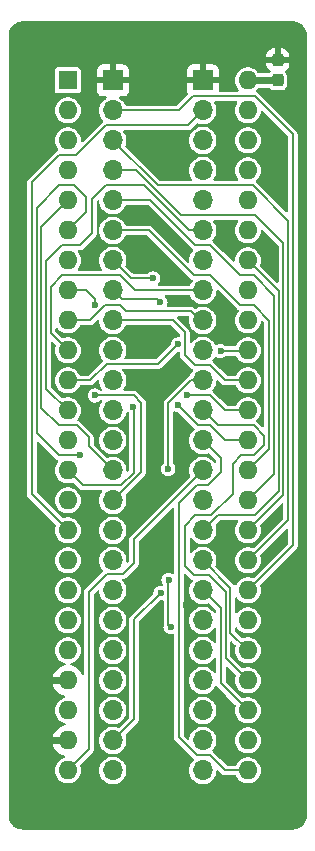
<source format=gbr>
G04 #@! TF.GenerationSoftware,KiCad,Pcbnew,8.0.4+dfsg-1*
G04 #@! TF.CreationDate,2025-02-23T14:12:23+09:00*
G04 #@! TF.ProjectId,bionic-mc68hc11a,62696f6e-6963-42d6-9d63-363868633131,4*
G04 #@! TF.SameCoordinates,Original*
G04 #@! TF.FileFunction,Copper,L2,Bot*
G04 #@! TF.FilePolarity,Positive*
%FSLAX46Y46*%
G04 Gerber Fmt 4.6, Leading zero omitted, Abs format (unit mm)*
G04 Created by KiCad (PCBNEW 8.0.4+dfsg-1) date 2025-02-23 14:12:23*
%MOMM*%
%LPD*%
G01*
G04 APERTURE LIST*
G04 Aperture macros list*
%AMRoundRect*
0 Rectangle with rounded corners*
0 $1 Rounding radius*
0 $2 $3 $4 $5 $6 $7 $8 $9 X,Y pos of 4 corners*
0 Add a 4 corners polygon primitive as box body*
4,1,4,$2,$3,$4,$5,$6,$7,$8,$9,$2,$3,0*
0 Add four circle primitives for the rounded corners*
1,1,$1+$1,$2,$3*
1,1,$1+$1,$4,$5*
1,1,$1+$1,$6,$7*
1,1,$1+$1,$8,$9*
0 Add four rect primitives between the rounded corners*
20,1,$1+$1,$2,$3,$4,$5,0*
20,1,$1+$1,$4,$5,$6,$7,0*
20,1,$1+$1,$6,$7,$8,$9,0*
20,1,$1+$1,$8,$9,$2,$3,0*%
G04 Aperture macros list end*
G04 #@! TA.AperFunction,ComponentPad*
%ADD10R,1.600000X1.600000*%
G04 #@! TD*
G04 #@! TA.AperFunction,ComponentPad*
%ADD11O,1.600000X1.600000*%
G04 #@! TD*
G04 #@! TA.AperFunction,ComponentPad*
%ADD12O,1.700000X1.700000*%
G04 #@! TD*
G04 #@! TA.AperFunction,ComponentPad*
%ADD13R,1.700000X1.700000*%
G04 #@! TD*
G04 #@! TA.AperFunction,SMDPad,CuDef*
%ADD14RoundRect,0.237500X0.237500X-0.300000X0.237500X0.300000X-0.237500X0.300000X-0.237500X-0.300000X0*%
G04 #@! TD*
G04 #@! TA.AperFunction,ViaPad*
%ADD15C,0.600000*%
G04 #@! TD*
G04 #@! TA.AperFunction,Conductor*
%ADD16C,0.600000*%
G04 #@! TD*
G04 #@! TA.AperFunction,Conductor*
%ADD17C,0.200000*%
G04 #@! TD*
G04 APERTURE END LIST*
D10*
X106080000Y-75080000D03*
D11*
X106080000Y-77620000D03*
X106080000Y-80160000D03*
X106080000Y-82700000D03*
X106080000Y-85240000D03*
X106080000Y-87780000D03*
X106080000Y-90320000D03*
X106080000Y-92860000D03*
X106080000Y-95400000D03*
X106080000Y-97940000D03*
X106080000Y-100480000D03*
X106080000Y-103020000D03*
X106080000Y-105560000D03*
X106080000Y-108100000D03*
X106080000Y-110640000D03*
X106080000Y-113180000D03*
X106080000Y-115720000D03*
X106080000Y-118260000D03*
X106080000Y-120800000D03*
X106080000Y-123340000D03*
X106080000Y-125880000D03*
X106080000Y-128420000D03*
X106080000Y-130960000D03*
X106080000Y-133500000D03*
X121320000Y-133500000D03*
X121320000Y-130960000D03*
X121320000Y-128420000D03*
X121320000Y-125880000D03*
X121320000Y-123340000D03*
X121320000Y-120800000D03*
X121320000Y-118260000D03*
X121320000Y-115720000D03*
X121320000Y-113180000D03*
X121320000Y-110640000D03*
X121320000Y-108100000D03*
X121320000Y-105560000D03*
X121320000Y-103020000D03*
X121320000Y-100480000D03*
X121320000Y-97940000D03*
X121320000Y-95400000D03*
X121320000Y-92860000D03*
X121320000Y-90320000D03*
X121320000Y-87780000D03*
X121320000Y-85240000D03*
X121320000Y-82700000D03*
X121320000Y-80160000D03*
X121320000Y-77620000D03*
X121320000Y-75080000D03*
D12*
X117510000Y-133500000D03*
X117510000Y-130960000D03*
X117510000Y-128420000D03*
X117510000Y-125880000D03*
X117510000Y-123340000D03*
X117510000Y-120800000D03*
X117510000Y-118260000D03*
X117510000Y-115720000D03*
X117510000Y-113180000D03*
X117510000Y-110640000D03*
X117510000Y-108100000D03*
X117510000Y-105560000D03*
X117510000Y-103020000D03*
X117510000Y-100480000D03*
X117510000Y-97940000D03*
X117510000Y-95400000D03*
X117510000Y-92860000D03*
X117510000Y-90320000D03*
X117510000Y-87780000D03*
X117510000Y-85240000D03*
X117510000Y-82700000D03*
X117510000Y-80160000D03*
X117510000Y-77620000D03*
D13*
X117510000Y-75080000D03*
X109890000Y-75080000D03*
D12*
X109890000Y-77620000D03*
X109890000Y-80160000D03*
X109890000Y-82700000D03*
X109890000Y-85240000D03*
X109890000Y-87780000D03*
X109890000Y-90320000D03*
X109890000Y-92860000D03*
X109890000Y-95400000D03*
X109890000Y-97940000D03*
X109890000Y-100480000D03*
X109890000Y-103020000D03*
X109890000Y-105560000D03*
X109890000Y-108100000D03*
X109890000Y-110640000D03*
X109890000Y-113180000D03*
X109890000Y-115720000D03*
X109890000Y-118260000D03*
X109890000Y-120800000D03*
X109890000Y-123340000D03*
X109890000Y-125880000D03*
X109890000Y-128420000D03*
X109890000Y-130960000D03*
X109890000Y-133500000D03*
D14*
X123860000Y-75080000D03*
X123860000Y-73355000D03*
D15*
X110906000Y-106830000D03*
X114335000Y-90574000D03*
X113446000Y-122705000D03*
X115097000Y-99591000D03*
X118780000Y-94130000D03*
X113700000Y-130325000D03*
X111033000Y-111910000D03*
X116113000Y-119530000D03*
X113700000Y-102258000D03*
X111668000Y-86764000D03*
X115478000Y-104544000D03*
X123860000Y-133500000D03*
X119669000Y-114323000D03*
X112430000Y-117498000D03*
X113700000Y-80922000D03*
X119288000Y-88796000D03*
X119669000Y-78763000D03*
X114716000Y-96416000D03*
X121447000Y-73048000D03*
X115371985Y-102531485D03*
X113319000Y-91844000D03*
X116187050Y-101675950D03*
X113919000Y-93876000D03*
X108361400Y-94113613D03*
X107096000Y-106830000D03*
X108366000Y-101750000D03*
X113928235Y-118453235D03*
X119020200Y-98001400D03*
X114605000Y-117371000D03*
X114779500Y-121371500D03*
X114589000Y-107973000D03*
X115386000Y-97432000D03*
X111624735Y-102722735D03*
D16*
X123860000Y-75080000D02*
X121320000Y-75080000D01*
X106080000Y-130960000D02*
X104556000Y-130960000D01*
X106080000Y-125880000D02*
X104683000Y-125880000D01*
D17*
X125130000Y-114450000D02*
X121320000Y-118260000D01*
X125130000Y-79652000D02*
X125130000Y-114450000D01*
X116669000Y-76429000D02*
X121907000Y-76429000D01*
X109890000Y-77620000D02*
X115478000Y-77620000D01*
X121907000Y-76429000D02*
X125130000Y-79652000D01*
X115478000Y-77620000D02*
X116669000Y-76429000D01*
X113679764Y-83970000D02*
X109890000Y-80180236D01*
X121320000Y-115720000D02*
X124730000Y-112310000D01*
X109890000Y-80180236D02*
X109890000Y-80160000D01*
X121757900Y-83970000D02*
X113679764Y-83970000D01*
X124730000Y-86942100D02*
X121757900Y-83970000D01*
X124730000Y-112310000D02*
X124730000Y-86942100D01*
X121955000Y-86510000D02*
X124330000Y-88885000D01*
X111844078Y-82700000D02*
X115654078Y-86510000D01*
X124330000Y-110170000D02*
X121320000Y-113180000D01*
X109890000Y-82700000D02*
X111844078Y-82700000D01*
X115654078Y-86510000D02*
X121955000Y-86510000D01*
X124330000Y-88885000D02*
X124330000Y-110170000D01*
X123530000Y-108430000D02*
X121320000Y-110640000D01*
X123530000Y-93292000D02*
X123530000Y-108430000D01*
X116875000Y-89050000D02*
X118145000Y-89050000D01*
X113065000Y-85240000D02*
X116875000Y-89050000D01*
X118145000Y-89050000D02*
X120685000Y-91590000D01*
X121828000Y-91590000D02*
X123530000Y-93292000D01*
X120685000Y-91590000D02*
X121828000Y-91590000D01*
X109890000Y-85240000D02*
X113065000Y-85240000D01*
X120685000Y-94130000D02*
X121828000Y-94130000D01*
X123130000Y-95432000D02*
X123130000Y-106290000D01*
X118145000Y-91590000D02*
X120685000Y-94130000D01*
X121828000Y-94130000D02*
X123130000Y-95432000D01*
X116748000Y-91590000D02*
X118145000Y-91590000D01*
X109890000Y-87780000D02*
X112938000Y-87780000D01*
X112938000Y-87780000D02*
X116748000Y-91590000D01*
X123130000Y-106290000D02*
X121320000Y-108100000D01*
X117130500Y-104290000D02*
X118145000Y-104290000D01*
X115371985Y-102531485D02*
X117130500Y-104290000D01*
X118145000Y-104290000D02*
X119415000Y-105560000D01*
X119415000Y-105560000D02*
X121320000Y-105560000D01*
X111414000Y-91844000D02*
X109890000Y-90320000D01*
X113319000Y-91844000D02*
X111414000Y-91844000D01*
X118145000Y-101750000D02*
X119415000Y-103020000D01*
X110652000Y-93622000D02*
X109890000Y-92860000D01*
X116261100Y-101750000D02*
X118145000Y-101750000D01*
X113665000Y-93622000D02*
X110652000Y-93622000D01*
X116187050Y-101675950D02*
X116261100Y-101750000D01*
X113919000Y-93876000D02*
X113665000Y-93622000D01*
X119415000Y-103020000D02*
X121320000Y-103020000D01*
X115986000Y-96416000D02*
X115986000Y-98321000D01*
X119415000Y-100480000D02*
X121320000Y-100480000D01*
X115986000Y-98321000D02*
X116875000Y-99210000D01*
X116875000Y-99210000D02*
X118145000Y-99210000D01*
X118145000Y-99210000D02*
X119415000Y-100480000D01*
X114970000Y-95400000D02*
X115986000Y-96416000D01*
X109890000Y-95400000D02*
X114970000Y-95400000D01*
X107604000Y-92860000D02*
X106080000Y-92860000D01*
X108361400Y-93617400D02*
X107604000Y-92860000D01*
X108361400Y-94113613D02*
X108361400Y-93617400D01*
X107604000Y-86256000D02*
X106080000Y-87780000D01*
X105318000Y-83970000D02*
X106588000Y-83970000D01*
X107604000Y-84986000D02*
X107604000Y-86256000D01*
X106588000Y-83970000D02*
X107604000Y-84986000D01*
X103432000Y-104944000D02*
X103432000Y-85856000D01*
X105318000Y-106830000D02*
X103432000Y-104944000D01*
X107096000Y-106830000D02*
X105318000Y-106830000D01*
X103432000Y-85856000D02*
X105318000Y-83970000D01*
X105318000Y-104290000D02*
X103832000Y-102804000D01*
X107858000Y-106068000D02*
X107858000Y-105306000D01*
X106842000Y-104290000D02*
X105318000Y-104290000D01*
X109890000Y-108100000D02*
X107858000Y-106068000D01*
X103832000Y-102804000D02*
X103832000Y-87488000D01*
X107858000Y-105306000D02*
X106842000Y-104290000D01*
X103832000Y-87488000D02*
X106080000Y-85240000D01*
X109890000Y-110637900D02*
X109890000Y-110640000D01*
X111668000Y-101750000D02*
X112303000Y-102385000D01*
X112303000Y-102385000D02*
X112303000Y-108224900D01*
X108366000Y-101750000D02*
X111668000Y-101750000D01*
X112303000Y-108224900D02*
X109890000Y-110637900D01*
X119020200Y-98001400D02*
X121258600Y-98001400D01*
X121258600Y-98001400D02*
X121320000Y-97940000D01*
X113928235Y-118453235D02*
X111668000Y-120713470D01*
X111668000Y-129182000D02*
X109890000Y-130960000D01*
X111668000Y-120713470D02*
X111668000Y-129182000D01*
X119034000Y-126134000D02*
X121320000Y-128420000D01*
X119034000Y-119784000D02*
X119034000Y-126134000D01*
X117510000Y-118260000D02*
X119034000Y-119784000D01*
X119834000Y-118044000D02*
X119834000Y-121854000D01*
X117510000Y-115720000D02*
X119834000Y-118044000D01*
X119834000Y-121854000D02*
X121320000Y-123340000D01*
X123930000Y-92930000D02*
X121320000Y-90320000D01*
X117510000Y-113180000D02*
X118780000Y-111910000D01*
X123930000Y-109881650D02*
X123930000Y-92930000D01*
X118780000Y-111910000D02*
X121901650Y-111910000D01*
X121901650Y-111910000D02*
X123930000Y-109881650D01*
X111668000Y-115974000D02*
X110772000Y-116870000D01*
X107858000Y-131722000D02*
X106080000Y-133500000D01*
X110772000Y-116870000D02*
X109413654Y-116870000D01*
X117510000Y-108100000D02*
X111668000Y-113942000D01*
X109413654Y-116870000D02*
X107858000Y-118425654D01*
X107858000Y-118425654D02*
X107858000Y-131722000D01*
X111668000Y-113942000D02*
X111668000Y-115974000D01*
X118145000Y-132230000D02*
X119415000Y-133500000D01*
X119034000Y-107084000D02*
X119034000Y-108252100D01*
X117002000Y-109370000D02*
X115478000Y-110894000D01*
X119034000Y-108252100D02*
X117916100Y-109370000D01*
X119415000Y-133500000D02*
X121320000Y-133500000D01*
X115478000Y-110894000D02*
X115478000Y-130706000D01*
X115478000Y-130706000D02*
X117002000Y-132230000D01*
X117002000Y-132230000D02*
X118145000Y-132230000D01*
X117916100Y-109370000D02*
X117002000Y-109370000D01*
X117510000Y-105560000D02*
X119034000Y-107084000D01*
X119434000Y-118406000D02*
X118018000Y-116990000D01*
X116748000Y-116990000D02*
X115986000Y-116228000D01*
X119434000Y-123994000D02*
X119434000Y-118406000D01*
X122730000Y-105945200D02*
X122730000Y-105174800D01*
X121320000Y-125880000D02*
X119434000Y-123994000D01*
X120050000Y-107563550D02*
X120783550Y-106830000D01*
X118018000Y-116990000D02*
X116748000Y-116990000D01*
X115986000Y-112799000D02*
X116875000Y-111910000D01*
X120050000Y-110068500D02*
X120050000Y-107563550D01*
X118780000Y-104290000D02*
X117510000Y-103020000D01*
X115986000Y-116228000D02*
X115986000Y-112799000D01*
X116875000Y-111910000D02*
X118208500Y-111910000D01*
X121845200Y-104290000D02*
X118780000Y-104290000D01*
X118208500Y-111910000D02*
X120050000Y-110068500D01*
X120783550Y-106830000D02*
X121845200Y-106830000D01*
X122730000Y-105174800D02*
X121845200Y-104290000D01*
X121845200Y-106830000D02*
X122730000Y-105945200D01*
X116494000Y-100480000D02*
X117510000Y-100480000D01*
X114589000Y-102385000D02*
X116494000Y-100480000D01*
X114779500Y-121371500D02*
X114589000Y-121181000D01*
X114589000Y-117387000D02*
X114605000Y-117371000D01*
X114589000Y-107973000D02*
X114589000Y-102385000D01*
X114589000Y-121181000D02*
X114589000Y-117387000D01*
X107985000Y-95400000D02*
X109255000Y-94130000D01*
X116494000Y-94638000D02*
X117256000Y-95400000D01*
X106080000Y-95400000D02*
X107985000Y-95400000D01*
X117256000Y-95400000D02*
X117510000Y-95400000D01*
X110525000Y-94130000D02*
X111033000Y-94638000D01*
X109255000Y-94130000D02*
X110525000Y-94130000D01*
X111033000Y-94638000D02*
X116494000Y-94638000D01*
X105572000Y-91590000D02*
X110525000Y-91590000D01*
X104632000Y-92530000D02*
X105572000Y-91590000D01*
X106080000Y-97940000D02*
X104632000Y-96492000D01*
X111795000Y-92860000D02*
X117510000Y-92860000D01*
X110525000Y-91590000D02*
X111795000Y-92860000D01*
X104632000Y-96492000D02*
X104632000Y-92530000D01*
X113728000Y-99090000D02*
X109375000Y-99090000D01*
X109375000Y-99090000D02*
X107985000Y-100480000D01*
X115386000Y-97432000D02*
X113728000Y-99090000D01*
X107985000Y-100480000D02*
X106080000Y-100480000D01*
X108112000Y-85150150D02*
X109292150Y-83970000D01*
X112548392Y-83970000D02*
X116358392Y-87780000D01*
X104232000Y-90390000D02*
X105572000Y-89050000D01*
X105572000Y-89050000D02*
X107096000Y-89050000D01*
X116358392Y-87780000D02*
X117510000Y-87780000D01*
X106080000Y-103020000D02*
X104232000Y-101172000D01*
X109292150Y-83970000D02*
X112548392Y-83970000D01*
X108112000Y-88034000D02*
X108112000Y-85150150D01*
X107096000Y-89050000D02*
X108112000Y-88034000D01*
X104232000Y-101172000D02*
X104232000Y-90390000D01*
X111668000Y-108294214D02*
X110592214Y-109370000D01*
X111624735Y-102722735D02*
X111668000Y-102766000D01*
X107350000Y-109370000D02*
X106080000Y-108100000D01*
X110592214Y-109370000D02*
X107350000Y-109370000D01*
X111668000Y-102766000D02*
X111668000Y-108294214D01*
X109287200Y-78890000D02*
X106747200Y-81430000D01*
X103032000Y-110132000D02*
X106080000Y-113180000D01*
X105318000Y-81430000D02*
X103032000Y-83716000D01*
X103032000Y-83716000D02*
X103032000Y-110132000D01*
X116240000Y-78890000D02*
X109287200Y-78890000D01*
X106747200Y-81430000D02*
X105318000Y-81430000D01*
X117510000Y-77620000D02*
X116240000Y-78890000D01*
G04 #@! TA.AperFunction,Conductor*
G36*
X124275445Y-110887690D02*
G01*
X124318710Y-110930955D01*
X124329500Y-110975900D01*
X124329500Y-112103098D01*
X124310593Y-112161289D01*
X124300504Y-112173102D01*
X121808025Y-114665580D01*
X121753508Y-114693357D01*
X121702259Y-114687891D01*
X121622460Y-114656977D01*
X121622447Y-114656974D01*
X121421976Y-114619500D01*
X121218024Y-114619500D01*
X121017546Y-114656975D01*
X121017541Y-114656977D01*
X120827363Y-114730652D01*
X120718676Y-114797948D01*
X120653959Y-114838019D01*
X120503237Y-114975420D01*
X120380328Y-115138177D01*
X120380323Y-115138186D01*
X120298450Y-115302611D01*
X120289418Y-115320750D01*
X120233603Y-115516917D01*
X120214785Y-115720000D01*
X120233603Y-115923083D01*
X120289418Y-116119250D01*
X120380327Y-116301821D01*
X120503236Y-116464579D01*
X120653959Y-116601981D01*
X120827363Y-116709348D01*
X121017544Y-116783024D01*
X121218024Y-116820500D01*
X121421976Y-116820500D01*
X121622456Y-116783024D01*
X121812637Y-116709348D01*
X121986041Y-116601981D01*
X122136764Y-116464579D01*
X122259673Y-116301821D01*
X122350582Y-116119250D01*
X122406397Y-115923083D01*
X122425215Y-115720000D01*
X122406397Y-115516917D01*
X122352118Y-115326148D01*
X122354379Y-115265010D01*
X122377333Y-115229058D01*
X124560497Y-113045895D01*
X124615013Y-113018119D01*
X124675445Y-113027690D01*
X124718710Y-113070955D01*
X124729500Y-113115900D01*
X124729500Y-114243098D01*
X124710593Y-114301289D01*
X124700504Y-114313102D01*
X121808025Y-117205580D01*
X121753508Y-117233357D01*
X121702259Y-117227891D01*
X121622460Y-117196977D01*
X121622447Y-117196974D01*
X121421976Y-117159500D01*
X121218024Y-117159500D01*
X121017546Y-117196975D01*
X120947632Y-117224059D01*
X120827363Y-117270652D01*
X120763037Y-117310481D01*
X120653959Y-117378019D01*
X120562452Y-117461439D01*
X120503236Y-117515421D01*
X120463388Y-117568188D01*
X120380328Y-117678177D01*
X120380323Y-117678186D01*
X120325861Y-117787561D01*
X120282998Y-117831224D01*
X120222657Y-117841353D01*
X120167886Y-117814080D01*
X120159094Y-117802722D01*
X120158429Y-117803233D01*
X120154482Y-117798089D01*
X120079913Y-117723519D01*
X120079913Y-117723520D01*
X118606650Y-116250257D01*
X118578873Y-116195740D01*
X118587111Y-116142182D01*
X118585752Y-116141656D01*
X118587400Y-116137398D01*
X118587405Y-116137389D01*
X118645756Y-115932310D01*
X118665429Y-115720000D01*
X118645756Y-115507690D01*
X118587405Y-115302611D01*
X118492366Y-115111745D01*
X118363872Y-114941593D01*
X118309623Y-114892139D01*
X118206307Y-114797952D01*
X118206300Y-114797946D01*
X118025024Y-114685705D01*
X118025019Y-114685702D01*
X117973078Y-114665580D01*
X117826198Y-114608679D01*
X117826197Y-114608678D01*
X117826195Y-114608678D01*
X117616610Y-114569500D01*
X117403390Y-114569500D01*
X117193804Y-114608678D01*
X116994980Y-114685702D01*
X116994975Y-114685705D01*
X116813699Y-114797946D01*
X116813692Y-114797952D01*
X116656135Y-114941586D01*
X116656119Y-114941603D01*
X116564503Y-115062922D01*
X116514347Y-115097965D01*
X116453172Y-115096834D01*
X116404345Y-115059961D01*
X116386500Y-115003261D01*
X116386500Y-113896738D01*
X116405407Y-113838547D01*
X116454907Y-113802583D01*
X116516093Y-113802583D01*
X116564501Y-113837075D01*
X116656128Y-113958407D01*
X116656135Y-113958413D01*
X116813692Y-114102047D01*
X116813699Y-114102053D01*
X116889360Y-114148900D01*
X116994981Y-114214298D01*
X117193802Y-114291321D01*
X117403390Y-114330500D01*
X117616610Y-114330500D01*
X117826198Y-114291321D01*
X118025019Y-114214298D01*
X118206302Y-114102052D01*
X118363872Y-113958407D01*
X118492366Y-113788255D01*
X118587405Y-113597389D01*
X118645756Y-113392310D01*
X118665429Y-113180000D01*
X118645756Y-112967690D01*
X118587405Y-112762611D01*
X118587401Y-112762604D01*
X118585752Y-112758344D01*
X118587129Y-112757810D01*
X118579021Y-112703350D01*
X118606649Y-112649742D01*
X118916897Y-112339496D01*
X118971413Y-112311719D01*
X118986900Y-112310500D01*
X120398754Y-112310500D01*
X120456945Y-112329407D01*
X120492909Y-112378907D01*
X120492909Y-112440093D01*
X120477760Y-112469155D01*
X120408783Y-112560496D01*
X120380328Y-112598177D01*
X120380323Y-112598186D01*
X120298450Y-112762611D01*
X120289418Y-112780750D01*
X120233603Y-112976917D01*
X120214785Y-113180000D01*
X120233603Y-113383083D01*
X120289418Y-113579250D01*
X120380327Y-113761821D01*
X120503236Y-113924579D01*
X120653959Y-114061981D01*
X120827363Y-114169348D01*
X121017544Y-114243024D01*
X121218024Y-114280500D01*
X121421976Y-114280500D01*
X121622456Y-114243024D01*
X121812637Y-114169348D01*
X121986041Y-114061981D01*
X122136764Y-113924579D01*
X122259673Y-113761821D01*
X122350582Y-113579250D01*
X122406397Y-113383083D01*
X122425215Y-113180000D01*
X122406397Y-112976917D01*
X122352118Y-112786148D01*
X122354379Y-112725010D01*
X122377333Y-112689058D01*
X124160497Y-110905895D01*
X124215013Y-110878119D01*
X124275445Y-110887690D01*
G37*
G04 #@! TD.AperFunction*
G04 #@! TA.AperFunction,Conductor*
G36*
X108684862Y-95363272D02*
G01*
X108728127Y-95406537D01*
X108738494Y-95442346D01*
X108754244Y-95612310D01*
X108812595Y-95817389D01*
X108907634Y-96008255D01*
X109036128Y-96178407D01*
X109036135Y-96178413D01*
X109193692Y-96322047D01*
X109193699Y-96322053D01*
X109297389Y-96386255D01*
X109374981Y-96434298D01*
X109573802Y-96511321D01*
X109783390Y-96550500D01*
X109996610Y-96550500D01*
X110206198Y-96511321D01*
X110405019Y-96434298D01*
X110586302Y-96322052D01*
X110743872Y-96178407D01*
X110872366Y-96008255D01*
X110948492Y-95855372D01*
X110991354Y-95811710D01*
X111037113Y-95800500D01*
X114763099Y-95800500D01*
X114821290Y-95819407D01*
X114833103Y-95829496D01*
X115556504Y-96552897D01*
X115584281Y-96607414D01*
X115585500Y-96622901D01*
X115585500Y-96739694D01*
X115566593Y-96797885D01*
X115517093Y-96833849D01*
X115473579Y-96837847D01*
X115386002Y-96826318D01*
X115385999Y-96826318D01*
X115229241Y-96846955D01*
X115229233Y-96846957D01*
X115083161Y-96907462D01*
X115083160Y-96907462D01*
X114957723Y-97003713D01*
X114957713Y-97003723D01*
X114861462Y-97129160D01*
X114861462Y-97129161D01*
X114800957Y-97275233D01*
X114800955Y-97275241D01*
X114779471Y-97438433D01*
X114777742Y-97438205D01*
X114761411Y-97488471D01*
X114751322Y-97500284D01*
X113591103Y-98660504D01*
X113536586Y-98688281D01*
X113521099Y-98689500D01*
X110961925Y-98689500D01*
X110903734Y-98670593D01*
X110867770Y-98621093D01*
X110867770Y-98559907D01*
X110873304Y-98546372D01*
X110906184Y-98480338D01*
X110967405Y-98357389D01*
X111025756Y-98152310D01*
X111045429Y-97940000D01*
X111025756Y-97727690D01*
X110967405Y-97522611D01*
X110872366Y-97331745D01*
X110743872Y-97161593D01*
X110689623Y-97112139D01*
X110586307Y-97017952D01*
X110586300Y-97017946D01*
X110405024Y-96905705D01*
X110405019Y-96905702D01*
X110253379Y-96846957D01*
X110206198Y-96828679D01*
X110206197Y-96828678D01*
X110206195Y-96828678D01*
X109996610Y-96789500D01*
X109783390Y-96789500D01*
X109573804Y-96828678D01*
X109374980Y-96905702D01*
X109374975Y-96905705D01*
X109193699Y-97017946D01*
X109193692Y-97017952D01*
X109036135Y-97161586D01*
X109036131Y-97161589D01*
X109036128Y-97161593D01*
X109036125Y-97161597D01*
X108907635Y-97331743D01*
X108907630Y-97331752D01*
X108812596Y-97522608D01*
X108754244Y-97727688D01*
X108734571Y-97940000D01*
X108743653Y-98038018D01*
X108754244Y-98152310D01*
X108807434Y-98339252D01*
X108812596Y-98357391D01*
X108871450Y-98475588D01*
X108907634Y-98548255D01*
X109036128Y-98718407D01*
X109036137Y-98718415D01*
X109039208Y-98721784D01*
X109038046Y-98722842D01*
X109065136Y-98770431D01*
X109058368Y-98831241D01*
X109038179Y-98860426D01*
X107848103Y-100050504D01*
X107793586Y-100078281D01*
X107778099Y-100079500D01*
X107171258Y-100079500D01*
X107113067Y-100060593D01*
X107082637Y-100024628D01*
X107019676Y-99898186D01*
X107019673Y-99898179D01*
X106896764Y-99735421D01*
X106746041Y-99598019D01*
X106572637Y-99490652D01*
X106382456Y-99416976D01*
X106382455Y-99416975D01*
X106382453Y-99416975D01*
X106181976Y-99379500D01*
X105978024Y-99379500D01*
X105777546Y-99416975D01*
X105707632Y-99444059D01*
X105587363Y-99490652D01*
X105523037Y-99530481D01*
X105413959Y-99598019D01*
X105263237Y-99735420D01*
X105140328Y-99898177D01*
X105140323Y-99898186D01*
X105050647Y-100078281D01*
X105049418Y-100080750D01*
X104993603Y-100276917D01*
X104974785Y-100480000D01*
X104993603Y-100683083D01*
X105049418Y-100879250D01*
X105140327Y-101061821D01*
X105263236Y-101224579D01*
X105413959Y-101361981D01*
X105587363Y-101469348D01*
X105777544Y-101543024D01*
X105978024Y-101580500D01*
X106181976Y-101580500D01*
X106382456Y-101543024D01*
X106572637Y-101469348D01*
X106746041Y-101361981D01*
X106896764Y-101224579D01*
X107019673Y-101061821D01*
X107082637Y-100935371D01*
X107125500Y-100891709D01*
X107171258Y-100880500D01*
X108037725Y-100880500D01*
X108037727Y-100880500D01*
X108139588Y-100853207D01*
X108139590Y-100853205D01*
X108139592Y-100853205D01*
X108230908Y-100800483D01*
X108230908Y-100800482D01*
X108230913Y-100800480D01*
X108569913Y-100461478D01*
X108624430Y-100433701D01*
X108684862Y-100443272D01*
X108728127Y-100486537D01*
X108738494Y-100522346D01*
X108754244Y-100692310D01*
X108812595Y-100897389D01*
X108907634Y-101088255D01*
X108965557Y-101164957D01*
X108985103Y-101190839D01*
X109005082Y-101248670D01*
X108987253Y-101307201D01*
X108938427Y-101344073D01*
X108906099Y-101349500D01*
X108863071Y-101349500D01*
X108804880Y-101330593D01*
X108796312Y-101323276D01*
X108711766Y-101258402D01*
X108668841Y-101225464D01*
X108668840Y-101225463D01*
X108668838Y-101225462D01*
X108522766Y-101164957D01*
X108522758Y-101164955D01*
X108366001Y-101144318D01*
X108365999Y-101144318D01*
X108209241Y-101164955D01*
X108209233Y-101164957D01*
X108063161Y-101225462D01*
X108063160Y-101225462D01*
X107937723Y-101321713D01*
X107937719Y-101321716D01*
X107937718Y-101321718D01*
X107937716Y-101321721D01*
X107841462Y-101447160D01*
X107841462Y-101447161D01*
X107780957Y-101593233D01*
X107780955Y-101593241D01*
X107760318Y-101749999D01*
X107760318Y-101750000D01*
X107780955Y-101906758D01*
X107780957Y-101906766D01*
X107841462Y-102052838D01*
X107841462Y-102052839D01*
X107937713Y-102178276D01*
X107937718Y-102178282D01*
X108063159Y-102274536D01*
X108063160Y-102274536D01*
X108063161Y-102274537D01*
X108135539Y-102304517D01*
X108209238Y-102335044D01*
X108326809Y-102350522D01*
X108365999Y-102355682D01*
X108366000Y-102355682D01*
X108366001Y-102355682D01*
X108397352Y-102351554D01*
X108522762Y-102335044D01*
X108668841Y-102274536D01*
X108794282Y-102178282D01*
X108794281Y-102178282D01*
X108799430Y-102174332D01*
X108800490Y-102175713D01*
X108847584Y-102151719D01*
X108863071Y-102150500D01*
X108906099Y-102150500D01*
X108964290Y-102169407D01*
X109000254Y-102218907D01*
X109000254Y-102280093D01*
X108985104Y-102309159D01*
X108949971Y-102355682D01*
X108907635Y-102411743D01*
X108907630Y-102411752D01*
X108812596Y-102602608D01*
X108754244Y-102807688D01*
X108734571Y-103020000D01*
X108743515Y-103116529D01*
X108754244Y-103232310D01*
X108812595Y-103437389D01*
X108907634Y-103628255D01*
X109036128Y-103798407D01*
X109089652Y-103847201D01*
X109193692Y-103942047D01*
X109193699Y-103942053D01*
X109238060Y-103969520D01*
X109374981Y-104054298D01*
X109573802Y-104131321D01*
X109783390Y-104170500D01*
X109996610Y-104170500D01*
X110206198Y-104131321D01*
X110405019Y-104054298D01*
X110586302Y-103942052D01*
X110743872Y-103798407D01*
X110872366Y-103628255D01*
X110967405Y-103437389D01*
X111025756Y-103232310D01*
X111027667Y-103211680D01*
X111051860Y-103155485D01*
X111104466Y-103124240D01*
X111165390Y-103129883D01*
X111191106Y-103147324D01*
X111191305Y-103147066D01*
X111195711Y-103150447D01*
X111196248Y-103150811D01*
X111196449Y-103151012D01*
X111196453Y-103151017D01*
X111228768Y-103175813D01*
X111263423Y-103226236D01*
X111267500Y-103254354D01*
X111267500Y-108087313D01*
X111248593Y-108145504D01*
X111238504Y-108157317D01*
X111213737Y-108182084D01*
X111159220Y-108209861D01*
X111098788Y-108200290D01*
X111055523Y-108157025D01*
X111045471Y-108104577D01*
X111045429Y-108104577D01*
X111045429Y-108104360D01*
X111045156Y-108102939D01*
X111045429Y-108100000D01*
X111025756Y-107887690D01*
X110967405Y-107682611D01*
X110872366Y-107491745D01*
X110743872Y-107321593D01*
X110674417Y-107258276D01*
X110586307Y-107177952D01*
X110586300Y-107177946D01*
X110405024Y-107065705D01*
X110405019Y-107065702D01*
X110316147Y-107031273D01*
X110206198Y-106988679D01*
X110206197Y-106988678D01*
X110206195Y-106988678D01*
X109996610Y-106949500D01*
X109783390Y-106949500D01*
X109573802Y-106988678D01*
X109469091Y-107029243D01*
X109408000Y-107032633D01*
X109363325Y-107006932D01*
X108287496Y-105931103D01*
X108259719Y-105876586D01*
X108258500Y-105861099D01*
X108258500Y-105560000D01*
X108734571Y-105560000D01*
X108754244Y-105772311D01*
X108759246Y-105789890D01*
X108812595Y-105977389D01*
X108907634Y-106168255D01*
X109036128Y-106338407D01*
X109105576Y-106401718D01*
X109193692Y-106482047D01*
X109193699Y-106482053D01*
X109238060Y-106509520D01*
X109374981Y-106594298D01*
X109573802Y-106671321D01*
X109783390Y-106710500D01*
X109996610Y-106710500D01*
X110206198Y-106671321D01*
X110405019Y-106594298D01*
X110586302Y-106482052D01*
X110743872Y-106338407D01*
X110872366Y-106168255D01*
X110967405Y-105977389D01*
X111025756Y-105772310D01*
X111045429Y-105560000D01*
X111025756Y-105347690D01*
X110967405Y-105142611D01*
X110872366Y-104951745D01*
X110743872Y-104781593D01*
X110661349Y-104706363D01*
X110586307Y-104637952D01*
X110586300Y-104637946D01*
X110405024Y-104525705D01*
X110405019Y-104525702D01*
X110206195Y-104448678D01*
X109996610Y-104409500D01*
X109783390Y-104409500D01*
X109573804Y-104448678D01*
X109374980Y-104525702D01*
X109374975Y-104525705D01*
X109193699Y-104637946D01*
X109193692Y-104637952D01*
X109036135Y-104781586D01*
X109036131Y-104781589D01*
X109036128Y-104781593D01*
X109036125Y-104781597D01*
X108907635Y-104951743D01*
X108907630Y-104951752D01*
X108812596Y-105142608D01*
X108754244Y-105347688D01*
X108734571Y-105560000D01*
X108258500Y-105560000D01*
X108258500Y-105253274D01*
X108258500Y-105253273D01*
X108251779Y-105228189D01*
X108231207Y-105151412D01*
X108231205Y-105151409D01*
X108231205Y-105151407D01*
X108178483Y-105060091D01*
X108178481Y-105060089D01*
X108178480Y-105060087D01*
X107087913Y-103969520D01*
X107087910Y-103969518D01*
X107087908Y-103969516D01*
X106996591Y-103916794D01*
X106996587Y-103916792D01*
X106959889Y-103906959D01*
X106908575Y-103873635D01*
X106886649Y-103816514D01*
X106902485Y-103757413D01*
X106906498Y-103751688D01*
X107019673Y-103601821D01*
X107110582Y-103419250D01*
X107166397Y-103223083D01*
X107185215Y-103020000D01*
X107166397Y-102816917D01*
X107110582Y-102620750D01*
X107019673Y-102438179D01*
X106896764Y-102275421D01*
X106746041Y-102138019D01*
X106572637Y-102030652D01*
X106382456Y-101956976D01*
X106382455Y-101956975D01*
X106382453Y-101956975D01*
X106181976Y-101919500D01*
X105978024Y-101919500D01*
X105777544Y-101956975D01*
X105697739Y-101987892D01*
X105636648Y-101991282D01*
X105591973Y-101965581D01*
X104661496Y-101035103D01*
X104633719Y-100980586D01*
X104632500Y-100965099D01*
X104632500Y-97297901D01*
X104651407Y-97239710D01*
X104700907Y-97203746D01*
X104762093Y-97203746D01*
X104801504Y-97227897D01*
X105022663Y-97449056D01*
X105050440Y-97503573D01*
X105047880Y-97546152D01*
X104993603Y-97736915D01*
X104993603Y-97736917D01*
X104974785Y-97940000D01*
X104993603Y-98143083D01*
X105049418Y-98339250D01*
X105140327Y-98521821D01*
X105263236Y-98684579D01*
X105413959Y-98821981D01*
X105587363Y-98929348D01*
X105777544Y-99003024D01*
X105978024Y-99040500D01*
X106181976Y-99040500D01*
X106382456Y-99003024D01*
X106572637Y-98929348D01*
X106746041Y-98821981D01*
X106896764Y-98684579D01*
X107019673Y-98521821D01*
X107110582Y-98339250D01*
X107166397Y-98143083D01*
X107185215Y-97940000D01*
X107166397Y-97736917D01*
X107110582Y-97540750D01*
X107019673Y-97358179D01*
X106896764Y-97195421D01*
X106746041Y-97058019D01*
X106572637Y-96950652D01*
X106382456Y-96876976D01*
X106382455Y-96876975D01*
X106382453Y-96876975D01*
X106181976Y-96839500D01*
X105978024Y-96839500D01*
X105777552Y-96876974D01*
X105777546Y-96876975D01*
X105777544Y-96876976D01*
X105711296Y-96902639D01*
X105697738Y-96907892D01*
X105636647Y-96911281D01*
X105591973Y-96885580D01*
X105061496Y-96355103D01*
X105033719Y-96300586D01*
X105032500Y-96285099D01*
X105032500Y-96134410D01*
X105051407Y-96076219D01*
X105100907Y-96040255D01*
X105162093Y-96040255D01*
X105210501Y-96074747D01*
X105263236Y-96144579D01*
X105413959Y-96281981D01*
X105587363Y-96389348D01*
X105777544Y-96463024D01*
X105978024Y-96500500D01*
X106181976Y-96500500D01*
X106382456Y-96463024D01*
X106572637Y-96389348D01*
X106746041Y-96281981D01*
X106896764Y-96144579D01*
X107019673Y-95981821D01*
X107082637Y-95855371D01*
X107125500Y-95811709D01*
X107171258Y-95800500D01*
X108037725Y-95800500D01*
X108037727Y-95800500D01*
X108139588Y-95773207D01*
X108139590Y-95773205D01*
X108139592Y-95773205D01*
X108230908Y-95720483D01*
X108230908Y-95720482D01*
X108230913Y-95720480D01*
X108569913Y-95381478D01*
X108624430Y-95353701D01*
X108684862Y-95363272D01*
G37*
G04 #@! TD.AperFunction*
G04 #@! TA.AperFunction,Conductor*
G36*
X118799231Y-92820553D02*
G01*
X118830086Y-92841479D01*
X120364520Y-94375913D01*
X120364519Y-94375913D01*
X120405058Y-94416451D01*
X120439087Y-94450480D01*
X120498757Y-94484930D01*
X120539698Y-94530398D01*
X120546094Y-94591249D01*
X120515954Y-94643826D01*
X120503236Y-94655421D01*
X120452740Y-94722289D01*
X120380328Y-94818177D01*
X120380323Y-94818186D01*
X120298450Y-94982611D01*
X120289418Y-95000750D01*
X120233603Y-95196917D01*
X120214785Y-95400000D01*
X120233603Y-95603083D01*
X120289418Y-95799250D01*
X120380327Y-95981821D01*
X120503236Y-96144579D01*
X120653959Y-96281981D01*
X120827363Y-96389348D01*
X121017544Y-96463024D01*
X121218024Y-96500500D01*
X121421976Y-96500500D01*
X121622456Y-96463024D01*
X121812637Y-96389348D01*
X121986041Y-96281981D01*
X122136764Y-96144579D01*
X122259673Y-95981821D01*
X122350582Y-95799250D01*
X122406397Y-95603083D01*
X122414779Y-95512619D01*
X122438974Y-95456425D01*
X122491581Y-95425181D01*
X122552505Y-95430826D01*
X122583360Y-95451753D01*
X122700504Y-95568897D01*
X122728281Y-95623414D01*
X122729500Y-95638901D01*
X122729500Y-104368899D01*
X122710593Y-104427090D01*
X122661093Y-104463054D01*
X122599907Y-104463054D01*
X122560497Y-104438903D01*
X122091115Y-103969522D01*
X122091113Y-103969520D01*
X122091110Y-103969518D01*
X122087681Y-103966887D01*
X122053026Y-103916462D01*
X122054628Y-103855297D01*
X122081251Y-103815185D01*
X122136764Y-103764579D01*
X122259673Y-103601821D01*
X122350582Y-103419250D01*
X122406397Y-103223083D01*
X122425215Y-103020000D01*
X122406397Y-102816917D01*
X122350582Y-102620750D01*
X122259673Y-102438179D01*
X122136764Y-102275421D01*
X121986041Y-102138019D01*
X121812637Y-102030652D01*
X121622456Y-101956976D01*
X121622455Y-101956975D01*
X121622453Y-101956975D01*
X121421976Y-101919500D01*
X121218024Y-101919500D01*
X121017546Y-101956975D01*
X120947632Y-101984059D01*
X120827363Y-102030652D01*
X120653959Y-102138019D01*
X120533328Y-102247989D01*
X120503236Y-102275421D01*
X120488864Y-102294453D01*
X120380328Y-102438177D01*
X120380323Y-102438186D01*
X120317363Y-102564628D01*
X120274500Y-102608291D01*
X120228742Y-102619500D01*
X119621901Y-102619500D01*
X119563710Y-102600593D01*
X119551897Y-102590504D01*
X118972588Y-102011195D01*
X118390913Y-101429520D01*
X118390910Y-101429518D01*
X118376680Y-101421302D01*
X118335739Y-101375831D01*
X118329345Y-101314981D01*
X118359489Y-101262401D01*
X118363872Y-101258407D01*
X118492366Y-101088255D01*
X118587405Y-100897389D01*
X118645756Y-100692310D01*
X118661505Y-100522346D01*
X118685700Y-100466151D01*
X118738307Y-100434907D01*
X118799231Y-100440553D01*
X118830085Y-100461479D01*
X119169086Y-100800479D01*
X119169091Y-100800483D01*
X119260408Y-100853205D01*
X119260406Y-100853205D01*
X119260410Y-100853206D01*
X119260412Y-100853207D01*
X119362273Y-100880500D01*
X119467727Y-100880500D01*
X120228742Y-100880500D01*
X120286933Y-100899407D01*
X120317362Y-100935371D01*
X120380327Y-101061821D01*
X120503236Y-101224579D01*
X120653959Y-101361981D01*
X120827363Y-101469348D01*
X121017544Y-101543024D01*
X121218024Y-101580500D01*
X121421976Y-101580500D01*
X121622456Y-101543024D01*
X121812637Y-101469348D01*
X121986041Y-101361981D01*
X122136764Y-101224579D01*
X122259673Y-101061821D01*
X122350582Y-100879250D01*
X122406397Y-100683083D01*
X122425215Y-100480000D01*
X122406397Y-100276917D01*
X122350582Y-100080750D01*
X122259673Y-99898179D01*
X122136764Y-99735421D01*
X121986041Y-99598019D01*
X121812637Y-99490652D01*
X121622456Y-99416976D01*
X121622455Y-99416975D01*
X121622453Y-99416975D01*
X121421976Y-99379500D01*
X121218024Y-99379500D01*
X121017546Y-99416975D01*
X120947632Y-99444059D01*
X120827363Y-99490652D01*
X120763037Y-99530481D01*
X120653959Y-99598019D01*
X120503237Y-99735420D01*
X120380328Y-99898177D01*
X120380323Y-99898186D01*
X120317363Y-100024628D01*
X120274500Y-100068291D01*
X120228742Y-100079500D01*
X119621901Y-100079500D01*
X119563710Y-100060593D01*
X119551897Y-100050504D01*
X118991893Y-99490500D01*
X118390913Y-98889520D01*
X118390910Y-98889518D01*
X118376680Y-98881302D01*
X118335739Y-98835831D01*
X118329345Y-98774981D01*
X118359489Y-98722401D01*
X118363872Y-98718407D01*
X118492366Y-98548255D01*
X118509048Y-98514751D01*
X118551907Y-98471091D01*
X118612248Y-98460959D01*
X118657932Y-98480336D01*
X118717359Y-98525936D01*
X118717362Y-98525937D01*
X118717363Y-98525938D01*
X118771244Y-98548256D01*
X118863438Y-98586444D01*
X118981009Y-98601922D01*
X119020199Y-98607082D01*
X119020200Y-98607082D01*
X119020201Y-98607082D01*
X119051552Y-98602954D01*
X119176962Y-98586444D01*
X119323041Y-98525936D01*
X119448482Y-98429682D01*
X119448481Y-98429682D01*
X119453630Y-98425732D01*
X119454690Y-98427113D01*
X119501784Y-98403119D01*
X119517271Y-98401900D01*
X120259316Y-98401900D01*
X120317507Y-98420807D01*
X120347937Y-98456773D01*
X120380320Y-98521809D01*
X120380325Y-98521817D01*
X120380327Y-98521821D01*
X120503236Y-98684579D01*
X120653959Y-98821981D01*
X120827363Y-98929348D01*
X121017544Y-99003024D01*
X121218024Y-99040500D01*
X121421976Y-99040500D01*
X121622456Y-99003024D01*
X121812637Y-98929348D01*
X121986041Y-98821981D01*
X122136764Y-98684579D01*
X122259673Y-98521821D01*
X122350582Y-98339250D01*
X122406397Y-98143083D01*
X122425215Y-97940000D01*
X122406397Y-97736917D01*
X122350582Y-97540750D01*
X122259673Y-97358179D01*
X122136764Y-97195421D01*
X121986041Y-97058019D01*
X121812637Y-96950652D01*
X121622456Y-96876976D01*
X121622455Y-96876975D01*
X121622453Y-96876975D01*
X121421976Y-96839500D01*
X121218024Y-96839500D01*
X121017546Y-96876975D01*
X120995334Y-96885580D01*
X120827363Y-96950652D01*
X120718676Y-97017948D01*
X120653959Y-97058019D01*
X120503237Y-97195420D01*
X120380328Y-97358177D01*
X120380323Y-97358186D01*
X120307930Y-97503573D01*
X120289420Y-97540747D01*
X120287378Y-97544847D01*
X120285522Y-97543922D01*
X120251933Y-97585113D01*
X120198299Y-97600900D01*
X119517271Y-97600900D01*
X119459080Y-97581993D01*
X119450512Y-97574676D01*
X119382659Y-97522611D01*
X119323041Y-97476864D01*
X119323040Y-97476863D01*
X119323038Y-97476862D01*
X119176966Y-97416357D01*
X119176958Y-97416355D01*
X119020201Y-97395718D01*
X119020199Y-97395718D01*
X118863441Y-97416355D01*
X118863436Y-97416357D01*
X118717360Y-97476863D01*
X118717359Y-97476864D01*
X118702176Y-97488514D01*
X118644499Y-97508936D01*
X118585834Y-97491557D01*
X118553290Y-97454098D01*
X118492369Y-97331752D01*
X118492366Y-97331745D01*
X118363872Y-97161593D01*
X118309623Y-97112139D01*
X118206307Y-97017952D01*
X118206300Y-97017946D01*
X118025024Y-96905705D01*
X118025019Y-96905702D01*
X117873379Y-96846957D01*
X117826198Y-96828679D01*
X117826197Y-96828678D01*
X117826195Y-96828678D01*
X117616610Y-96789500D01*
X117403390Y-96789500D01*
X117193804Y-96828678D01*
X116994980Y-96905702D01*
X116994975Y-96905705D01*
X116813699Y-97017946D01*
X116813692Y-97017952D01*
X116656135Y-97161586D01*
X116656119Y-97161603D01*
X116564503Y-97282922D01*
X116514347Y-97317965D01*
X116453172Y-97316834D01*
X116404345Y-97279961D01*
X116386500Y-97223261D01*
X116386500Y-96363274D01*
X116386500Y-96363273D01*
X116359207Y-96261413D01*
X116359207Y-96261412D01*
X116359207Y-96261411D01*
X116306483Y-96170091D01*
X116306481Y-96170089D01*
X116306480Y-96170087D01*
X115343894Y-95207501D01*
X115316119Y-95152987D01*
X115325690Y-95092555D01*
X115368955Y-95049290D01*
X115413900Y-95038500D01*
X116285595Y-95038500D01*
X116343786Y-95057407D01*
X116379750Y-95106907D01*
X116380816Y-95164591D01*
X116374244Y-95187690D01*
X116358861Y-95353701D01*
X116354571Y-95400000D01*
X116359366Y-95451753D01*
X116374244Y-95612310D01*
X116432595Y-95817389D01*
X116527634Y-96008255D01*
X116656128Y-96178407D01*
X116656135Y-96178413D01*
X116813692Y-96322047D01*
X116813699Y-96322053D01*
X116917389Y-96386255D01*
X116994981Y-96434298D01*
X117193802Y-96511321D01*
X117403390Y-96550500D01*
X117616610Y-96550500D01*
X117826198Y-96511321D01*
X118025019Y-96434298D01*
X118206302Y-96322052D01*
X118363872Y-96178407D01*
X118492366Y-96008255D01*
X118587405Y-95817389D01*
X118645756Y-95612310D01*
X118665429Y-95400000D01*
X118645756Y-95187690D01*
X118587405Y-94982611D01*
X118492366Y-94791745D01*
X118363872Y-94621593D01*
X118309623Y-94572139D01*
X118206307Y-94477952D01*
X118206300Y-94477946D01*
X118025024Y-94365705D01*
X118025019Y-94365702D01*
X117900646Y-94317520D01*
X117826198Y-94288679D01*
X117826197Y-94288678D01*
X117826195Y-94288678D01*
X117616610Y-94249500D01*
X117403390Y-94249500D01*
X117193804Y-94288678D01*
X116994980Y-94365702D01*
X116994978Y-94365703D01*
X116933879Y-94403534D01*
X116874451Y-94418092D01*
X116817815Y-94394938D01*
X116811760Y-94389366D01*
X116739913Y-94317520D01*
X116739908Y-94317516D01*
X116648591Y-94264794D01*
X116648593Y-94264794D01*
X116609070Y-94254204D01*
X116546727Y-94237500D01*
X116546725Y-94237500D01*
X114567403Y-94237500D01*
X114509212Y-94218593D01*
X114473248Y-94169093D01*
X114473248Y-94107907D01*
X114475939Y-94100615D01*
X114504042Y-94032767D01*
X114504042Y-94032766D01*
X114504044Y-94032762D01*
X114524682Y-93876000D01*
X114504044Y-93719238D01*
X114503600Y-93718165D01*
X114443537Y-93573161D01*
X114443537Y-93573160D01*
X114347286Y-93447723D01*
X114347285Y-93447722D01*
X114347282Y-93447718D01*
X114339586Y-93441813D01*
X114334672Y-93438042D01*
X114300016Y-93387618D01*
X114301617Y-93326454D01*
X114338864Y-93277912D01*
X114394939Y-93260500D01*
X116362887Y-93260500D01*
X116421078Y-93279407D01*
X116451508Y-93315372D01*
X116460906Y-93334245D01*
X116527634Y-93468255D01*
X116656128Y-93638407D01*
X116726734Y-93702773D01*
X116813692Y-93782047D01*
X116813699Y-93782053D01*
X116858060Y-93809520D01*
X116994981Y-93894298D01*
X117193802Y-93971321D01*
X117403390Y-94010500D01*
X117616610Y-94010500D01*
X117826198Y-93971321D01*
X118025019Y-93894298D01*
X118206302Y-93782052D01*
X118363872Y-93638407D01*
X118492366Y-93468255D01*
X118587405Y-93277389D01*
X118645756Y-93072310D01*
X118661505Y-92902346D01*
X118685700Y-92846151D01*
X118738307Y-92814907D01*
X118799231Y-92820553D01*
G37*
G04 #@! TD.AperFunction*
G04 #@! TA.AperFunction,Conductor*
G36*
X108688011Y-85237271D02*
G01*
X108731276Y-85280535D01*
X108741645Y-85316346D01*
X108754244Y-85452310D01*
X108812595Y-85657389D01*
X108907634Y-85848255D01*
X109036128Y-86018407D01*
X109036135Y-86018413D01*
X109193692Y-86162047D01*
X109193699Y-86162053D01*
X109265004Y-86206203D01*
X109374981Y-86274298D01*
X109573802Y-86351321D01*
X109783390Y-86390500D01*
X109996610Y-86390500D01*
X110206198Y-86351321D01*
X110405019Y-86274298D01*
X110586302Y-86162052D01*
X110743872Y-86018407D01*
X110872366Y-85848255D01*
X110948492Y-85695372D01*
X110991354Y-85651710D01*
X111037113Y-85640500D01*
X112858099Y-85640500D01*
X112916290Y-85659407D01*
X112928103Y-85669496D01*
X116554518Y-89295910D01*
X116554520Y-89295913D01*
X116629087Y-89370480D01*
X116643318Y-89378696D01*
X116684258Y-89424164D01*
X116690655Y-89485014D01*
X116660517Y-89537591D01*
X116656131Y-89541589D01*
X116656128Y-89541592D01*
X116527640Y-89711736D01*
X116527630Y-89711752D01*
X116432596Y-89902608D01*
X116374244Y-90107688D01*
X116374244Y-90107690D01*
X116354571Y-90320000D01*
X116360545Y-90384476D01*
X116360950Y-90388837D01*
X116347492Y-90448525D01*
X116301522Y-90488902D01*
X116240597Y-90494548D01*
X116192368Y-90467976D01*
X114816293Y-89091901D01*
X113183913Y-87459520D01*
X113183910Y-87459518D01*
X113183908Y-87459516D01*
X113092591Y-87406794D01*
X113092593Y-87406794D01*
X113053070Y-87396204D01*
X112990727Y-87379500D01*
X112990725Y-87379500D01*
X111037113Y-87379500D01*
X110978922Y-87360593D01*
X110948492Y-87324628D01*
X110907994Y-87243297D01*
X110872366Y-87171745D01*
X110743872Y-87001593D01*
X110664688Y-86929407D01*
X110586307Y-86857952D01*
X110586300Y-86857946D01*
X110405024Y-86745705D01*
X110405019Y-86745702D01*
X110353078Y-86725580D01*
X110206198Y-86668679D01*
X110206197Y-86668678D01*
X110206195Y-86668678D01*
X109996610Y-86629500D01*
X109783390Y-86629500D01*
X109573804Y-86668678D01*
X109374980Y-86745702D01*
X109374975Y-86745705D01*
X109193699Y-86857946D01*
X109193692Y-86857952D01*
X109036135Y-87001586D01*
X109036131Y-87001589D01*
X109036128Y-87001593D01*
X109036125Y-87001597D01*
X108907635Y-87171743D01*
X108907630Y-87171752D01*
X108812596Y-87362608D01*
X108754244Y-87567688D01*
X108740113Y-87720195D01*
X108734571Y-87780000D01*
X108754244Y-87992310D01*
X108812595Y-88197389D01*
X108907634Y-88388255D01*
X109036128Y-88558407D01*
X109036135Y-88558413D01*
X109193692Y-88702047D01*
X109193699Y-88702053D01*
X109238057Y-88729518D01*
X109374981Y-88814298D01*
X109573802Y-88891321D01*
X109783390Y-88930500D01*
X109996610Y-88930500D01*
X110206198Y-88891321D01*
X110405019Y-88814298D01*
X110586302Y-88702052D01*
X110743872Y-88558407D01*
X110872366Y-88388255D01*
X110948492Y-88235372D01*
X110991354Y-88191710D01*
X111037113Y-88180500D01*
X112731099Y-88180500D01*
X112789290Y-88199407D01*
X112801103Y-88209496D01*
X116427518Y-91835910D01*
X116427520Y-91835913D01*
X116502087Y-91910480D01*
X116593411Y-91963206D01*
X116593413Y-91963207D01*
X116593416Y-91963207D01*
X116593420Y-91963210D01*
X116597372Y-91965186D01*
X116640967Y-92008118D01*
X116651002Y-92068475D01*
X116632109Y-92113399D01*
X116527635Y-92251743D01*
X116527630Y-92251752D01*
X116451508Y-92404628D01*
X116408646Y-92448290D01*
X116362887Y-92459500D01*
X113794939Y-92459500D01*
X113736748Y-92440593D01*
X113700784Y-92391093D01*
X113700784Y-92329907D01*
X113734672Y-92281958D01*
X113735154Y-92281587D01*
X113747282Y-92272282D01*
X113843536Y-92146841D01*
X113904044Y-92000762D01*
X113924682Y-91844000D01*
X113904044Y-91687238D01*
X113843537Y-91541161D01*
X113843537Y-91541160D01*
X113747286Y-91415723D01*
X113747285Y-91415722D01*
X113747282Y-91415718D01*
X113747277Y-91415714D01*
X113747276Y-91415713D01*
X113621838Y-91319462D01*
X113475766Y-91258957D01*
X113475758Y-91258955D01*
X113319001Y-91238318D01*
X113318999Y-91238318D01*
X113162241Y-91258955D01*
X113162233Y-91258957D01*
X113016161Y-91319462D01*
X113016160Y-91319462D01*
X112885570Y-91419668D01*
X112884509Y-91418286D01*
X112837416Y-91442281D01*
X112821929Y-91443500D01*
X111620901Y-91443500D01*
X111562710Y-91424593D01*
X111550897Y-91414504D01*
X110986650Y-90850257D01*
X110958873Y-90795740D01*
X110967111Y-90742182D01*
X110965752Y-90741656D01*
X110967400Y-90737398D01*
X110967405Y-90737389D01*
X111025756Y-90532310D01*
X111045429Y-90320000D01*
X111025756Y-90107690D01*
X110967405Y-89902611D01*
X110872366Y-89711745D01*
X110743872Y-89541593D01*
X110649902Y-89455927D01*
X110586307Y-89397952D01*
X110586300Y-89397946D01*
X110405024Y-89285705D01*
X110405019Y-89285702D01*
X110206195Y-89208678D01*
X109996610Y-89169500D01*
X109783390Y-89169500D01*
X109573804Y-89208678D01*
X109374980Y-89285702D01*
X109374975Y-89285705D01*
X109193699Y-89397946D01*
X109193692Y-89397952D01*
X109036135Y-89541586D01*
X109036131Y-89541589D01*
X109036128Y-89541593D01*
X109036125Y-89541597D01*
X108907635Y-89711743D01*
X108907630Y-89711752D01*
X108812596Y-89902608D01*
X108754244Y-90107688D01*
X108754244Y-90107690D01*
X108734571Y-90320000D01*
X108754244Y-90532310D01*
X108807434Y-90719252D01*
X108812596Y-90737391D01*
X108907630Y-90928247D01*
X108907635Y-90928256D01*
X108985103Y-91030839D01*
X109005082Y-91088670D01*
X108987253Y-91147201D01*
X108938427Y-91184073D01*
X108906099Y-91189500D01*
X107001246Y-91189500D01*
X106943055Y-91170593D01*
X106907091Y-91121093D01*
X106907091Y-91059907D01*
X106922239Y-91030844D01*
X107019673Y-90901821D01*
X107110582Y-90719250D01*
X107166397Y-90523083D01*
X107185215Y-90320000D01*
X107166397Y-90116917D01*
X107110582Y-89920750D01*
X107019673Y-89738179D01*
X106922240Y-89609157D01*
X106902263Y-89551330D01*
X106920092Y-89492799D01*
X106968918Y-89455927D01*
X107001246Y-89450500D01*
X107148725Y-89450500D01*
X107148727Y-89450500D01*
X107250588Y-89423207D01*
X107250590Y-89423205D01*
X107250592Y-89423205D01*
X107341908Y-89370483D01*
X107341908Y-89370482D01*
X107341913Y-89370480D01*
X108432480Y-88279913D01*
X108480126Y-88197389D01*
X108485205Y-88188592D01*
X108485205Y-88188590D01*
X108485207Y-88188588D01*
X108512500Y-88086727D01*
X108512500Y-87981273D01*
X108512500Y-85357049D01*
X108531407Y-85298858D01*
X108541489Y-85287053D01*
X108573065Y-85255477D01*
X108627578Y-85227700D01*
X108688011Y-85237271D01*
G37*
G04 #@! TD.AperFunction*
G04 #@! TA.AperFunction,Conductor*
G36*
X120456945Y-86929407D02*
G01*
X120492909Y-86978907D01*
X120492909Y-87040093D01*
X120477760Y-87069155D01*
X120408783Y-87160496D01*
X120380328Y-87198177D01*
X120380323Y-87198186D01*
X120298450Y-87362611D01*
X120289418Y-87380750D01*
X120233603Y-87576917D01*
X120214785Y-87780000D01*
X120233603Y-87983083D01*
X120289418Y-88179250D01*
X120380327Y-88361821D01*
X120503236Y-88524579D01*
X120653959Y-88661981D01*
X120827363Y-88769348D01*
X121017544Y-88843024D01*
X121218024Y-88880500D01*
X121421976Y-88880500D01*
X121622456Y-88843024D01*
X121812637Y-88769348D01*
X121986041Y-88661981D01*
X122136764Y-88524579D01*
X122259673Y-88361821D01*
X122350582Y-88179250D01*
X122406397Y-87983083D01*
X122425215Y-87780000D01*
X122425214Y-87779993D01*
X122425548Y-87776393D01*
X122449744Y-87720195D01*
X122502351Y-87688951D01*
X122563275Y-87694597D01*
X122594130Y-87715523D01*
X123900504Y-89021897D01*
X123928281Y-89076414D01*
X123929500Y-89091901D01*
X123929500Y-92124099D01*
X123910593Y-92182290D01*
X123861093Y-92218254D01*
X123799907Y-92218254D01*
X123760496Y-92194103D01*
X122377336Y-90810943D01*
X122349559Y-90756426D01*
X122352118Y-90713848D01*
X122406397Y-90523083D01*
X122425215Y-90320000D01*
X122406397Y-90116917D01*
X122350582Y-89920750D01*
X122259673Y-89738179D01*
X122136764Y-89575421D01*
X121986041Y-89438019D01*
X121812637Y-89330652D01*
X121622456Y-89256976D01*
X121622455Y-89256975D01*
X121622453Y-89256975D01*
X121421976Y-89219500D01*
X121218024Y-89219500D01*
X121017546Y-89256975D01*
X120947632Y-89284059D01*
X120827363Y-89330652D01*
X120677881Y-89423207D01*
X120653959Y-89438019D01*
X120503237Y-89575420D01*
X120380328Y-89738177D01*
X120380323Y-89738186D01*
X120298450Y-89902611D01*
X120289418Y-89920750D01*
X120233603Y-90116917D01*
X120218964Y-90274907D01*
X120214451Y-90323607D01*
X120190255Y-90379805D01*
X120137648Y-90411048D01*
X120076723Y-90405402D01*
X120045869Y-90384476D01*
X119236813Y-89575420D01*
X118390913Y-88729520D01*
X118384122Y-88725599D01*
X118376680Y-88721302D01*
X118335739Y-88675831D01*
X118329345Y-88614981D01*
X118359489Y-88562401D01*
X118363872Y-88558407D01*
X118492366Y-88388255D01*
X118587405Y-88197389D01*
X118645756Y-87992310D01*
X118665429Y-87780000D01*
X118645756Y-87567690D01*
X118587405Y-87362611D01*
X118492366Y-87171745D01*
X118414896Y-87069159D01*
X118394918Y-87011330D01*
X118412747Y-86952799D01*
X118461573Y-86915927D01*
X118493901Y-86910500D01*
X120398754Y-86910500D01*
X120456945Y-86929407D01*
G37*
G04 #@! TD.AperFunction*
G04 #@! TA.AperFunction,Conductor*
G36*
X120397287Y-76848407D02*
G01*
X120433251Y-76897907D01*
X120433251Y-76959093D01*
X120418099Y-76988161D01*
X120380333Y-77038170D01*
X120380323Y-77038186D01*
X120298450Y-77202611D01*
X120289418Y-77220750D01*
X120233603Y-77416917D01*
X120214785Y-77620000D01*
X120233603Y-77823083D01*
X120289418Y-78019250D01*
X120380327Y-78201821D01*
X120503236Y-78364579D01*
X120653959Y-78501981D01*
X120827363Y-78609348D01*
X121017544Y-78683024D01*
X121218024Y-78720500D01*
X121421976Y-78720500D01*
X121622456Y-78683024D01*
X121812637Y-78609348D01*
X121986041Y-78501981D01*
X122136764Y-78364579D01*
X122259673Y-78201821D01*
X122350582Y-78019250D01*
X122406397Y-77823083D01*
X122414779Y-77732619D01*
X122438974Y-77676425D01*
X122491581Y-77645181D01*
X122552505Y-77650826D01*
X122583360Y-77671753D01*
X124700504Y-79788897D01*
X124728281Y-79843414D01*
X124729500Y-79858901D01*
X124729500Y-86136199D01*
X124710593Y-86194390D01*
X124661093Y-86230354D01*
X124599907Y-86230354D01*
X124560496Y-86206203D01*
X123363196Y-85008903D01*
X122033319Y-83679026D01*
X122005544Y-83624512D01*
X122015115Y-83564080D01*
X122036626Y-83535866D01*
X122136764Y-83444579D01*
X122259673Y-83281821D01*
X122350582Y-83099250D01*
X122406397Y-82903083D01*
X122425215Y-82700000D01*
X122406397Y-82496917D01*
X122350582Y-82300750D01*
X122259673Y-82118179D01*
X122136764Y-81955421D01*
X121986041Y-81818019D01*
X121812637Y-81710652D01*
X121622456Y-81636976D01*
X121622455Y-81636975D01*
X121622453Y-81636975D01*
X121421976Y-81599500D01*
X121218024Y-81599500D01*
X121017546Y-81636975D01*
X120947632Y-81664059D01*
X120827363Y-81710652D01*
X120718676Y-81777948D01*
X120653959Y-81818019D01*
X120503237Y-81955420D01*
X120380328Y-82118177D01*
X120380323Y-82118186D01*
X120298450Y-82282611D01*
X120289418Y-82300750D01*
X120233603Y-82496917D01*
X120214785Y-82700000D01*
X120233603Y-82903083D01*
X120289418Y-83099250D01*
X120380327Y-83281821D01*
X120477759Y-83410842D01*
X120497737Y-83468670D01*
X120479908Y-83527201D01*
X120431082Y-83564073D01*
X120398754Y-83569500D01*
X118493901Y-83569500D01*
X118435710Y-83550593D01*
X118399746Y-83501093D01*
X118399746Y-83439907D01*
X118414897Y-83410839D01*
X118422708Y-83400496D01*
X118492366Y-83308255D01*
X118587405Y-83117389D01*
X118645756Y-82912310D01*
X118665429Y-82700000D01*
X118645756Y-82487690D01*
X118587405Y-82282611D01*
X118492366Y-82091745D01*
X118363872Y-81921593D01*
X118275709Y-81841221D01*
X118206307Y-81777952D01*
X118206300Y-81777946D01*
X118025024Y-81665705D01*
X118025019Y-81665702D01*
X117826195Y-81588678D01*
X117616610Y-81549500D01*
X117403390Y-81549500D01*
X117193804Y-81588678D01*
X116994980Y-81665702D01*
X116994975Y-81665705D01*
X116813699Y-81777946D01*
X116813692Y-81777952D01*
X116656135Y-81921586D01*
X116656131Y-81921589D01*
X116656128Y-81921593D01*
X116656125Y-81921597D01*
X116527635Y-82091743D01*
X116527630Y-82091752D01*
X116432596Y-82282608D01*
X116374244Y-82487688D01*
X116374244Y-82487690D01*
X116354571Y-82700000D01*
X116374244Y-82912310D01*
X116430979Y-83111710D01*
X116432596Y-83117391D01*
X116527630Y-83308247D01*
X116527635Y-83308256D01*
X116605103Y-83410839D01*
X116625082Y-83468670D01*
X116607253Y-83527201D01*
X116558427Y-83564073D01*
X116526099Y-83569500D01*
X113886664Y-83569500D01*
X113828473Y-83550593D01*
X113816660Y-83540504D01*
X110979924Y-80703767D01*
X110952147Y-80649250D01*
X110961306Y-80589635D01*
X110967405Y-80577389D01*
X111025756Y-80372310D01*
X111045429Y-80160000D01*
X116354571Y-80160000D01*
X116374244Y-80372310D01*
X116432595Y-80577389D01*
X116527634Y-80768255D01*
X116656128Y-80938407D01*
X116656135Y-80938413D01*
X116813692Y-81082047D01*
X116813699Y-81082053D01*
X116858060Y-81109520D01*
X116994981Y-81194298D01*
X117193802Y-81271321D01*
X117403390Y-81310500D01*
X117616610Y-81310500D01*
X117826198Y-81271321D01*
X118025019Y-81194298D01*
X118206302Y-81082052D01*
X118363872Y-80938407D01*
X118492366Y-80768255D01*
X118587405Y-80577389D01*
X118645756Y-80372310D01*
X118665429Y-80160000D01*
X120214785Y-80160000D01*
X120233603Y-80363083D01*
X120289418Y-80559250D01*
X120380327Y-80741821D01*
X120503236Y-80904579D01*
X120653959Y-81041981D01*
X120827363Y-81149348D01*
X121017544Y-81223024D01*
X121218024Y-81260500D01*
X121421976Y-81260500D01*
X121622456Y-81223024D01*
X121812637Y-81149348D01*
X121986041Y-81041981D01*
X122136764Y-80904579D01*
X122259673Y-80741821D01*
X122350582Y-80559250D01*
X122406397Y-80363083D01*
X122425215Y-80160000D01*
X122406397Y-79956917D01*
X122350582Y-79760750D01*
X122259673Y-79578179D01*
X122136764Y-79415421D01*
X121986041Y-79278019D01*
X121812637Y-79170652D01*
X121622456Y-79096976D01*
X121622455Y-79096975D01*
X121622453Y-79096975D01*
X121421976Y-79059500D01*
X121218024Y-79059500D01*
X121017546Y-79096975D01*
X120947632Y-79124059D01*
X120827363Y-79170652D01*
X120677881Y-79263207D01*
X120653959Y-79278019D01*
X120503237Y-79415420D01*
X120380328Y-79578177D01*
X120380323Y-79578186D01*
X120298450Y-79742611D01*
X120289418Y-79760750D01*
X120233603Y-79956917D01*
X120214785Y-80160000D01*
X118665429Y-80160000D01*
X118645756Y-79947690D01*
X118587405Y-79742611D01*
X118492366Y-79551745D01*
X118363872Y-79381593D01*
X118269902Y-79295927D01*
X118206307Y-79237952D01*
X118206300Y-79237946D01*
X118025024Y-79125705D01*
X118025019Y-79125702D01*
X117826195Y-79048678D01*
X117616610Y-79009500D01*
X117403390Y-79009500D01*
X117193804Y-79048678D01*
X116994980Y-79125702D01*
X116994975Y-79125705D01*
X116813699Y-79237946D01*
X116813692Y-79237952D01*
X116656135Y-79381586D01*
X116656131Y-79381589D01*
X116656128Y-79381593D01*
X116656125Y-79381597D01*
X116527635Y-79551743D01*
X116527630Y-79551752D01*
X116432596Y-79742608D01*
X116374244Y-79947688D01*
X116356130Y-80143170D01*
X116354571Y-80160000D01*
X111045429Y-80160000D01*
X111025756Y-79947690D01*
X110967405Y-79742611D01*
X110872366Y-79551745D01*
X110794896Y-79449159D01*
X110774918Y-79391330D01*
X110792747Y-79332799D01*
X110841573Y-79295927D01*
X110873901Y-79290500D01*
X116292725Y-79290500D01*
X116292727Y-79290500D01*
X116394588Y-79263207D01*
X116394590Y-79263205D01*
X116394592Y-79263205D01*
X116485908Y-79210483D01*
X116485908Y-79210482D01*
X116485913Y-79210480D01*
X116983326Y-78713065D01*
X117037841Y-78685290D01*
X117089090Y-78690756D01*
X117193802Y-78731321D01*
X117403390Y-78770500D01*
X117616610Y-78770500D01*
X117826198Y-78731321D01*
X118025019Y-78654298D01*
X118206302Y-78542052D01*
X118363872Y-78398407D01*
X118492366Y-78228255D01*
X118587405Y-78037389D01*
X118645756Y-77832310D01*
X118665429Y-77620000D01*
X118645756Y-77407690D01*
X118587405Y-77202611D01*
X118492366Y-77011745D01*
X118474555Y-76988160D01*
X118454576Y-76930331D01*
X118472404Y-76871800D01*
X118521230Y-76834927D01*
X118553559Y-76829500D01*
X120339096Y-76829500D01*
X120397287Y-76848407D01*
G37*
G04 #@! TD.AperFunction*
G04 #@! TA.AperFunction,Conductor*
G36*
X125133875Y-70075805D02*
G01*
X125309097Y-70089594D01*
X125324430Y-70092023D01*
X125491550Y-70132145D01*
X125506317Y-70136943D01*
X125665104Y-70202715D01*
X125678926Y-70209758D01*
X125825469Y-70299560D01*
X125838032Y-70308688D01*
X125968717Y-70420303D01*
X125979699Y-70431285D01*
X126091311Y-70561967D01*
X126100440Y-70574532D01*
X126190238Y-70721068D01*
X126197287Y-70734902D01*
X126263054Y-70893678D01*
X126267855Y-70908453D01*
X126307975Y-71075564D01*
X126310405Y-71090907D01*
X126324195Y-71266123D01*
X126324500Y-71273891D01*
X126324500Y-137306108D01*
X126324195Y-137313876D01*
X126310405Y-137489092D01*
X126307975Y-137504435D01*
X126267855Y-137671546D01*
X126263054Y-137686321D01*
X126197287Y-137845097D01*
X126190234Y-137858939D01*
X126100442Y-138005465D01*
X126091311Y-138018032D01*
X125979699Y-138148714D01*
X125968714Y-138159699D01*
X125838032Y-138271311D01*
X125825465Y-138280442D01*
X125678939Y-138370234D01*
X125665097Y-138377287D01*
X125506321Y-138443054D01*
X125491546Y-138447855D01*
X125324435Y-138487975D01*
X125309092Y-138490405D01*
X125149743Y-138502946D01*
X125133874Y-138504195D01*
X125126108Y-138504500D01*
X102273892Y-138504500D01*
X102266125Y-138504195D01*
X102247014Y-138502691D01*
X102090907Y-138490405D01*
X102075564Y-138487975D01*
X101908453Y-138447855D01*
X101893678Y-138443054D01*
X101734902Y-138377287D01*
X101721068Y-138370238D01*
X101574532Y-138280440D01*
X101561967Y-138271311D01*
X101462706Y-138186535D01*
X101431282Y-138159696D01*
X101420303Y-138148717D01*
X101308688Y-138018032D01*
X101299560Y-138005469D01*
X101209758Y-137858926D01*
X101202715Y-137845104D01*
X101136943Y-137686317D01*
X101132144Y-137671546D01*
X101092024Y-137504435D01*
X101089594Y-137489097D01*
X101075805Y-137313875D01*
X101075500Y-137306108D01*
X101075500Y-120800000D01*
X104974785Y-120800000D01*
X104993603Y-121003083D01*
X105049418Y-121199250D01*
X105140327Y-121381821D01*
X105263236Y-121544579D01*
X105413959Y-121681981D01*
X105587363Y-121789348D01*
X105777544Y-121863024D01*
X105978024Y-121900500D01*
X106181976Y-121900500D01*
X106382456Y-121863024D01*
X106572637Y-121789348D01*
X106746041Y-121681981D01*
X106896764Y-121544579D01*
X107019673Y-121381821D01*
X107110582Y-121199250D01*
X107166397Y-121003083D01*
X107185215Y-120800000D01*
X107166397Y-120596917D01*
X107110582Y-120400750D01*
X107019673Y-120218179D01*
X106896764Y-120055421D01*
X106746041Y-119918019D01*
X106572637Y-119810652D01*
X106382456Y-119736976D01*
X106382455Y-119736975D01*
X106382453Y-119736975D01*
X106181976Y-119699500D01*
X105978024Y-119699500D01*
X105777546Y-119736975D01*
X105707632Y-119764059D01*
X105587363Y-119810652D01*
X105413959Y-119918019D01*
X105263236Y-120055421D01*
X105242212Y-120083261D01*
X105140328Y-120218177D01*
X105140323Y-120218186D01*
X105058450Y-120382611D01*
X105049418Y-120400750D01*
X104993603Y-120596917D01*
X104974785Y-120800000D01*
X101075500Y-120800000D01*
X101075500Y-118260000D01*
X104974785Y-118260000D01*
X104993603Y-118463083D01*
X105049418Y-118659250D01*
X105140327Y-118841821D01*
X105263236Y-119004579D01*
X105413959Y-119141981D01*
X105587363Y-119249348D01*
X105777544Y-119323024D01*
X105978024Y-119360500D01*
X106181976Y-119360500D01*
X106382456Y-119323024D01*
X106572637Y-119249348D01*
X106746041Y-119141981D01*
X106896764Y-119004579D01*
X107019673Y-118841821D01*
X107110582Y-118659250D01*
X107166397Y-118463083D01*
X107185215Y-118260000D01*
X107166397Y-118056917D01*
X107110582Y-117860750D01*
X107019673Y-117678179D01*
X106896764Y-117515421D01*
X106746041Y-117378019D01*
X106572637Y-117270652D01*
X106382456Y-117196976D01*
X106382455Y-117196975D01*
X106382453Y-117196975D01*
X106181976Y-117159500D01*
X105978024Y-117159500D01*
X105777546Y-117196975D01*
X105707632Y-117224059D01*
X105587363Y-117270652D01*
X105523037Y-117310481D01*
X105413959Y-117378019D01*
X105322452Y-117461439D01*
X105263236Y-117515421D01*
X105223388Y-117568188D01*
X105140328Y-117678177D01*
X105140323Y-117678186D01*
X105049419Y-117860747D01*
X105049418Y-117860750D01*
X104993603Y-118056917D01*
X104974785Y-118260000D01*
X101075500Y-118260000D01*
X101075500Y-115720000D01*
X104974785Y-115720000D01*
X104993603Y-115923083D01*
X105049418Y-116119250D01*
X105140327Y-116301821D01*
X105263236Y-116464579D01*
X105413959Y-116601981D01*
X105587363Y-116709348D01*
X105777544Y-116783024D01*
X105978024Y-116820500D01*
X106181976Y-116820500D01*
X106382456Y-116783024D01*
X106572637Y-116709348D01*
X106746041Y-116601981D01*
X106896764Y-116464579D01*
X107019673Y-116301821D01*
X107110582Y-116119250D01*
X107166397Y-115923083D01*
X107185215Y-115720000D01*
X107166397Y-115516917D01*
X107110582Y-115320750D01*
X107019673Y-115138179D01*
X106896764Y-114975421D01*
X106746041Y-114838019D01*
X106572637Y-114730652D01*
X106382456Y-114656976D01*
X106382455Y-114656975D01*
X106382453Y-114656975D01*
X106181976Y-114619500D01*
X105978024Y-114619500D01*
X105777546Y-114656975D01*
X105777541Y-114656977D01*
X105587363Y-114730652D01*
X105478676Y-114797948D01*
X105413959Y-114838019D01*
X105263237Y-114975420D01*
X105140328Y-115138177D01*
X105140323Y-115138186D01*
X105058450Y-115302611D01*
X105049418Y-115320750D01*
X104993603Y-115516917D01*
X104974785Y-115720000D01*
X101075500Y-115720000D01*
X101075500Y-83663273D01*
X102631500Y-83663273D01*
X102631500Y-110079273D01*
X102631500Y-110184727D01*
X102641651Y-110222611D01*
X102658794Y-110286592D01*
X102711516Y-110377908D01*
X102711517Y-110377909D01*
X102711518Y-110377910D01*
X102711520Y-110377913D01*
X103869993Y-111536386D01*
X105022663Y-112689056D01*
X105050440Y-112743573D01*
X105047880Y-112786152D01*
X104993603Y-112976915D01*
X104993603Y-112976917D01*
X104974785Y-113180000D01*
X104993603Y-113383083D01*
X105049418Y-113579250D01*
X105140327Y-113761821D01*
X105263236Y-113924579D01*
X105413959Y-114061981D01*
X105587363Y-114169348D01*
X105777544Y-114243024D01*
X105978024Y-114280500D01*
X106181976Y-114280500D01*
X106382456Y-114243024D01*
X106572637Y-114169348D01*
X106746041Y-114061981D01*
X106896764Y-113924579D01*
X107019673Y-113761821D01*
X107110582Y-113579250D01*
X107166397Y-113383083D01*
X107185215Y-113180000D01*
X108734571Y-113180000D01*
X108754244Y-113392310D01*
X108812595Y-113597389D01*
X108907634Y-113788255D01*
X109036128Y-113958407D01*
X109036135Y-113958413D01*
X109193692Y-114102047D01*
X109193699Y-114102053D01*
X109269360Y-114148900D01*
X109374981Y-114214298D01*
X109573802Y-114291321D01*
X109783390Y-114330500D01*
X109996610Y-114330500D01*
X110206198Y-114291321D01*
X110405019Y-114214298D01*
X110586302Y-114102052D01*
X110743872Y-113958407D01*
X110872366Y-113788255D01*
X110967405Y-113597389D01*
X111025756Y-113392310D01*
X111045429Y-113180000D01*
X111025756Y-112967690D01*
X110967405Y-112762611D01*
X110872366Y-112571745D01*
X110743872Y-112401593D01*
X110645286Y-112311719D01*
X110586307Y-112257952D01*
X110586300Y-112257946D01*
X110405024Y-112145705D01*
X110405019Y-112145702D01*
X110206195Y-112068678D01*
X109996610Y-112029500D01*
X109783390Y-112029500D01*
X109573804Y-112068678D01*
X109374980Y-112145702D01*
X109374975Y-112145705D01*
X109193699Y-112257946D01*
X109193692Y-112257952D01*
X109036135Y-112401586D01*
X109036131Y-112401589D01*
X109036128Y-112401593D01*
X109036125Y-112401597D01*
X108907635Y-112571743D01*
X108907630Y-112571752D01*
X108812596Y-112762608D01*
X108754244Y-112967688D01*
X108754244Y-112967690D01*
X108734571Y-113180000D01*
X107185215Y-113180000D01*
X107166397Y-112976917D01*
X107110582Y-112780750D01*
X107019673Y-112598179D01*
X106896764Y-112435421D01*
X106746041Y-112298019D01*
X106572637Y-112190652D01*
X106382456Y-112116976D01*
X106382455Y-112116975D01*
X106382453Y-112116975D01*
X106181976Y-112079500D01*
X105978024Y-112079500D01*
X105777552Y-112116974D01*
X105777546Y-112116975D01*
X105777544Y-112116976D01*
X105711296Y-112142639D01*
X105697738Y-112147892D01*
X105636647Y-112151281D01*
X105591973Y-112125580D01*
X104106393Y-110640000D01*
X104974785Y-110640000D01*
X104993603Y-110843083D01*
X105049418Y-111039250D01*
X105140327Y-111221821D01*
X105263236Y-111384579D01*
X105413959Y-111521981D01*
X105587363Y-111629348D01*
X105777544Y-111703024D01*
X105978024Y-111740500D01*
X106181976Y-111740500D01*
X106382456Y-111703024D01*
X106572637Y-111629348D01*
X106746041Y-111521981D01*
X106896764Y-111384579D01*
X107019673Y-111221821D01*
X107110582Y-111039250D01*
X107166397Y-110843083D01*
X107185215Y-110640000D01*
X107166397Y-110436917D01*
X107110582Y-110240750D01*
X107019673Y-110058179D01*
X106896764Y-109895421D01*
X106746041Y-109758019D01*
X106572637Y-109650652D01*
X106382456Y-109576976D01*
X106382455Y-109576975D01*
X106382453Y-109576975D01*
X106181976Y-109539500D01*
X105978024Y-109539500D01*
X105777546Y-109576975D01*
X105777541Y-109576977D01*
X105587363Y-109650652D01*
X105413959Y-109758019D01*
X105263236Y-109895421D01*
X105244834Y-109919789D01*
X105140328Y-110058177D01*
X105140323Y-110058186D01*
X105058451Y-110222609D01*
X105049418Y-110240750D01*
X104993603Y-110436917D01*
X104974785Y-110640000D01*
X104106393Y-110640000D01*
X103461496Y-109995103D01*
X103433719Y-109940586D01*
X103432500Y-109925099D01*
X103432500Y-105749900D01*
X103451407Y-105691709D01*
X103500907Y-105655745D01*
X103562093Y-105655745D01*
X103601504Y-105679896D01*
X104997518Y-107075910D01*
X104997520Y-107075913D01*
X105072087Y-107150480D01*
X105072089Y-107150481D01*
X105093849Y-107163045D01*
X105093855Y-107163047D01*
X105093859Y-107163050D01*
X105163412Y-107203207D01*
X105200109Y-107213039D01*
X105251423Y-107246363D01*
X105273350Y-107303484D01*
X105257515Y-107362584D01*
X105253490Y-107368327D01*
X105140328Y-107518177D01*
X105140323Y-107518186D01*
X105058450Y-107682611D01*
X105049418Y-107700750D01*
X104993603Y-107896917D01*
X104974785Y-108100000D01*
X104993603Y-108303083D01*
X105049418Y-108499250D01*
X105140327Y-108681821D01*
X105263236Y-108844579D01*
X105413959Y-108981981D01*
X105587363Y-109089348D01*
X105777544Y-109163024D01*
X105978024Y-109200500D01*
X106181976Y-109200500D01*
X106382456Y-109163024D01*
X106462259Y-109132107D01*
X106523351Y-109128718D01*
X106568026Y-109154419D01*
X107104087Y-109690480D01*
X107104089Y-109690481D01*
X107104090Y-109690482D01*
X107104091Y-109690483D01*
X107195408Y-109743205D01*
X107195406Y-109743205D01*
X107195410Y-109743206D01*
X107195412Y-109743207D01*
X107297273Y-109770500D01*
X108906099Y-109770500D01*
X108964290Y-109789407D01*
X109000254Y-109838907D01*
X109000254Y-109900093D01*
X108985104Y-109929159D01*
X108976475Y-109940586D01*
X108907635Y-110031743D01*
X108907630Y-110031752D01*
X108812596Y-110222608D01*
X108754244Y-110427688D01*
X108734571Y-110640000D01*
X108754244Y-110852311D01*
X108769491Y-110905896D01*
X108812595Y-111057389D01*
X108907634Y-111248255D01*
X109036128Y-111418407D01*
X109061013Y-111441093D01*
X109193692Y-111562047D01*
X109193699Y-111562053D01*
X109224786Y-111581301D01*
X109374981Y-111674298D01*
X109573802Y-111751321D01*
X109783390Y-111790500D01*
X109996610Y-111790500D01*
X110206198Y-111751321D01*
X110405019Y-111674298D01*
X110586302Y-111562052D01*
X110743872Y-111418407D01*
X110872366Y-111248255D01*
X110967405Y-111057389D01*
X111025756Y-110852310D01*
X111045429Y-110640000D01*
X111025756Y-110427690D01*
X110967405Y-110222611D01*
X110967336Y-110222474D01*
X110967327Y-110222410D01*
X110965752Y-110218344D01*
X110966668Y-110217988D01*
X110958321Y-110161957D01*
X110985950Y-110108341D01*
X112623480Y-108470813D01*
X112650796Y-108423500D01*
X112676207Y-108379487D01*
X112703500Y-108277627D01*
X112703500Y-102445714D01*
X112703501Y-102445701D01*
X112703501Y-102332272D01*
X112703500Y-102332270D01*
X112676208Y-102230416D01*
X112676207Y-102230414D01*
X112676207Y-102230413D01*
X112658937Y-102200500D01*
X112658936Y-102200498D01*
X112658936Y-102200497D01*
X112623483Y-102139091D01*
X112623481Y-102139089D01*
X112623480Y-102139087D01*
X112548913Y-102064520D01*
X112548910Y-102064518D01*
X111913913Y-101429520D01*
X111913910Y-101429518D01*
X111913908Y-101429516D01*
X111822591Y-101376794D01*
X111822593Y-101376794D01*
X111783070Y-101366204D01*
X111720727Y-101349500D01*
X111720725Y-101349500D01*
X110873901Y-101349500D01*
X110815710Y-101330593D01*
X110779746Y-101281093D01*
X110779746Y-101219907D01*
X110794897Y-101190839D01*
X110872366Y-101088255D01*
X110967405Y-100897389D01*
X111025756Y-100692310D01*
X111045429Y-100480000D01*
X111025756Y-100267690D01*
X110967405Y-100062611D01*
X110872366Y-99871745D01*
X110743872Y-99701593D01*
X110701164Y-99662660D01*
X110670900Y-99609486D01*
X110677671Y-99548676D01*
X110718891Y-99503460D01*
X110767862Y-99490500D01*
X113780725Y-99490500D01*
X113780727Y-99490500D01*
X113882588Y-99463207D01*
X113882590Y-99463205D01*
X113882592Y-99463205D01*
X113973908Y-99410483D01*
X113973908Y-99410482D01*
X113973913Y-99410480D01*
X115317714Y-98066677D01*
X115372231Y-98038901D01*
X115383447Y-98038018D01*
X115385999Y-98037681D01*
X115386000Y-98037682D01*
X115473578Y-98026152D01*
X115533739Y-98037302D01*
X115575856Y-98081684D01*
X115585500Y-98124305D01*
X115585500Y-98268273D01*
X115585500Y-98373727D01*
X115600493Y-98429682D01*
X115612794Y-98475592D01*
X115665516Y-98566908D01*
X115665518Y-98566910D01*
X115665520Y-98566913D01*
X116629087Y-99530480D01*
X116629089Y-99530481D01*
X116643316Y-99538695D01*
X116684257Y-99584164D01*
X116690654Y-99645014D01*
X116660521Y-99697587D01*
X116656130Y-99701590D01*
X116656128Y-99701592D01*
X116527640Y-99871736D01*
X116527630Y-99871752D01*
X116441446Y-100044834D01*
X116398583Y-100088497D01*
X116378450Y-100096332D01*
X116339410Y-100106793D01*
X116339408Y-100106794D01*
X116248091Y-100159516D01*
X114268516Y-102139091D01*
X114215794Y-102230408D01*
X114215792Y-102230412D01*
X114201012Y-102285569D01*
X114201013Y-102285570D01*
X114188500Y-102332270D01*
X114188500Y-107475929D01*
X114169593Y-107534120D01*
X114162276Y-107542687D01*
X114064462Y-107670160D01*
X114064462Y-107670161D01*
X114003957Y-107816233D01*
X114003955Y-107816241D01*
X113983318Y-107972999D01*
X113983318Y-107973000D01*
X114003955Y-108129758D01*
X114003957Y-108129766D01*
X114064462Y-108275838D01*
X114064462Y-108275839D01*
X114092448Y-108312311D01*
X114160718Y-108401282D01*
X114286159Y-108497536D01*
X114286160Y-108497536D01*
X114286161Y-108497537D01*
X114394958Y-108542602D01*
X114432238Y-108558044D01*
X114549809Y-108573522D01*
X114588999Y-108578682D01*
X114589000Y-108578682D01*
X114589001Y-108578682D01*
X114620352Y-108574554D01*
X114745762Y-108558044D01*
X114891841Y-108497536D01*
X115017282Y-108401282D01*
X115113536Y-108275841D01*
X115174044Y-108129762D01*
X115194682Y-107973000D01*
X115174044Y-107816238D01*
X115118693Y-107682608D01*
X115113537Y-107670161D01*
X115113537Y-107670160D01*
X115013332Y-107539570D01*
X115014713Y-107538509D01*
X114990719Y-107491416D01*
X114989500Y-107475929D01*
X114989500Y-103171195D01*
X115008407Y-103113004D01*
X115057907Y-103077040D01*
X115119093Y-103077040D01*
X115126376Y-103079727D01*
X115215223Y-103116529D01*
X115371985Y-103137167D01*
X115378418Y-103138014D01*
X115378190Y-103139741D01*
X115428457Y-103156074D01*
X115440270Y-103166163D01*
X116791835Y-104517727D01*
X116819612Y-104572244D01*
X116810041Y-104632676D01*
X116788528Y-104660892D01*
X116656130Y-104781591D01*
X116656125Y-104781597D01*
X116527635Y-104951743D01*
X116527630Y-104951752D01*
X116432596Y-105142608D01*
X116374244Y-105347688D01*
X116354571Y-105560000D01*
X116374244Y-105772311D01*
X116379246Y-105789890D01*
X116432595Y-105977389D01*
X116527634Y-106168255D01*
X116656128Y-106338407D01*
X116725576Y-106401718D01*
X116813692Y-106482047D01*
X116813699Y-106482053D01*
X116858060Y-106509520D01*
X116994981Y-106594298D01*
X117193802Y-106671321D01*
X117403390Y-106710500D01*
X117616610Y-106710500D01*
X117826198Y-106671321D01*
X117930908Y-106630755D01*
X117991998Y-106627366D01*
X118036674Y-106653067D01*
X118604504Y-107220897D01*
X118632281Y-107275414D01*
X118633500Y-107290901D01*
X118633500Y-107383261D01*
X118614593Y-107441452D01*
X118565093Y-107477416D01*
X118503907Y-107477416D01*
X118455497Y-107442922D01*
X118363880Y-107321603D01*
X118363877Y-107321600D01*
X118363872Y-107321593D01*
X118294417Y-107258276D01*
X118206307Y-107177952D01*
X118206300Y-107177946D01*
X118025024Y-107065705D01*
X118025019Y-107065702D01*
X117936147Y-107031273D01*
X117826198Y-106988679D01*
X117826197Y-106988678D01*
X117826195Y-106988678D01*
X117616610Y-106949500D01*
X117403390Y-106949500D01*
X117193804Y-106988678D01*
X116994980Y-107065702D01*
X116994975Y-107065705D01*
X116813699Y-107177946D01*
X116813692Y-107177952D01*
X116656135Y-107321586D01*
X116656131Y-107321589D01*
X116656128Y-107321593D01*
X116656125Y-107321597D01*
X116527635Y-107491743D01*
X116527630Y-107491752D01*
X116432596Y-107682608D01*
X116374244Y-107887688D01*
X116354571Y-108100000D01*
X116374244Y-108312311D01*
X116432598Y-108517401D01*
X116434249Y-108521661D01*
X116432870Y-108522195D01*
X116440977Y-108576647D01*
X116413348Y-108630257D01*
X111347517Y-113696090D01*
X111347516Y-113696091D01*
X111294795Y-113787406D01*
X111294791Y-113787416D01*
X111290941Y-113801788D01*
X111267500Y-113889273D01*
X111267500Y-115767099D01*
X111248593Y-115825290D01*
X111238502Y-115837104D01*
X111207629Y-115867976D01*
X111153112Y-115895752D01*
X111092681Y-115886180D01*
X111049417Y-115842915D01*
X111039050Y-115788840D01*
X111045429Y-115720000D01*
X111025756Y-115507690D01*
X110967405Y-115302611D01*
X110872366Y-115111745D01*
X110743872Y-114941593D01*
X110689623Y-114892139D01*
X110586307Y-114797952D01*
X110586300Y-114797946D01*
X110405024Y-114685705D01*
X110405019Y-114685702D01*
X110353078Y-114665580D01*
X110206198Y-114608679D01*
X110206197Y-114608678D01*
X110206195Y-114608678D01*
X109996610Y-114569500D01*
X109783390Y-114569500D01*
X109573804Y-114608678D01*
X109374980Y-114685702D01*
X109374975Y-114685705D01*
X109193699Y-114797946D01*
X109193692Y-114797952D01*
X109036135Y-114941586D01*
X109036131Y-114941589D01*
X109036128Y-114941593D01*
X109036125Y-114941597D01*
X108907635Y-115111743D01*
X108907630Y-115111752D01*
X108812596Y-115302608D01*
X108754244Y-115507688D01*
X108734571Y-115720000D01*
X108749969Y-115886180D01*
X108754244Y-115932310D01*
X108807434Y-116119252D01*
X108812596Y-116137391D01*
X108907630Y-116328247D01*
X108907635Y-116328256D01*
X109036129Y-116498408D01*
X109055091Y-116515694D01*
X109085357Y-116568869D01*
X109078586Y-116629679D01*
X109058399Y-116658860D01*
X107537517Y-118179744D01*
X107537516Y-118179745D01*
X107484794Y-118271062D01*
X107484793Y-118271064D01*
X107477402Y-118298645D01*
X107477403Y-118298646D01*
X107457500Y-118372927D01*
X107457500Y-125311434D01*
X107438593Y-125369625D01*
X107389093Y-125405589D01*
X107327907Y-125405589D01*
X107278407Y-125369625D01*
X107268776Y-125353273D01*
X107210139Y-125227527D01*
X107210135Y-125227519D01*
X107079665Y-125041188D01*
X106918811Y-124880334D01*
X106732481Y-124749865D01*
X106526323Y-124653733D01*
X106337151Y-124603044D01*
X106285836Y-124569720D01*
X106263910Y-124512598D01*
X106279746Y-124453498D01*
X106327296Y-124414992D01*
X106344568Y-124410106D01*
X106382456Y-124403024D01*
X106572637Y-124329348D01*
X106746041Y-124221981D01*
X106896764Y-124084579D01*
X107019673Y-123921821D01*
X107110582Y-123739250D01*
X107166397Y-123543083D01*
X107185215Y-123340000D01*
X107166397Y-123136917D01*
X107110582Y-122940750D01*
X107019673Y-122758179D01*
X106896764Y-122595421D01*
X106746041Y-122458019D01*
X106572637Y-122350652D01*
X106382456Y-122276976D01*
X106382455Y-122276975D01*
X106382453Y-122276975D01*
X106181976Y-122239500D01*
X105978024Y-122239500D01*
X105777546Y-122276975D01*
X105755334Y-122285580D01*
X105587363Y-122350652D01*
X105478676Y-122417948D01*
X105413959Y-122458019D01*
X105263237Y-122595420D01*
X105140328Y-122758177D01*
X105140323Y-122758186D01*
X105058450Y-122922611D01*
X105049418Y-122940750D01*
X104993603Y-123136917D01*
X104974785Y-123340000D01*
X104993603Y-123543083D01*
X105049418Y-123739250D01*
X105140327Y-123921821D01*
X105263236Y-124084579D01*
X105413959Y-124221981D01*
X105587363Y-124329348D01*
X105777544Y-124403024D01*
X105815418Y-124410103D01*
X105869141Y-124439380D01*
X105895398Y-124494645D01*
X105884156Y-124554789D01*
X105839709Y-124596838D01*
X105822848Y-124603044D01*
X105633676Y-124653733D01*
X105427518Y-124749865D01*
X105241188Y-124880334D01*
X105080334Y-125041188D01*
X104949865Y-125227518D01*
X104853733Y-125433676D01*
X104801128Y-125630000D01*
X105764314Y-125630000D01*
X105759920Y-125634394D01*
X105707259Y-125725606D01*
X105680000Y-125827339D01*
X105680000Y-125932661D01*
X105707259Y-126034394D01*
X105759920Y-126125606D01*
X105764314Y-126130000D01*
X104801128Y-126130000D01*
X104853733Y-126326323D01*
X104949865Y-126532481D01*
X105080334Y-126718811D01*
X105241188Y-126879665D01*
X105427518Y-127010134D01*
X105633675Y-127106266D01*
X105822848Y-127156955D01*
X105874162Y-127190279D01*
X105896089Y-127247401D01*
X105880254Y-127306501D01*
X105832704Y-127345006D01*
X105815417Y-127349896D01*
X105777545Y-127356975D01*
X105703393Y-127385702D01*
X105587363Y-127430652D01*
X105478676Y-127497948D01*
X105413959Y-127538019D01*
X105263237Y-127675420D01*
X105140328Y-127838177D01*
X105140323Y-127838186D01*
X105058450Y-128002611D01*
X105049418Y-128020750D01*
X104993603Y-128216917D01*
X104974785Y-128420000D01*
X104993603Y-128623083D01*
X105049418Y-128819250D01*
X105140327Y-129001821D01*
X105263236Y-129164579D01*
X105413959Y-129301981D01*
X105587363Y-129409348D01*
X105777544Y-129483024D01*
X105815418Y-129490103D01*
X105869141Y-129519380D01*
X105895398Y-129574645D01*
X105884156Y-129634789D01*
X105839709Y-129676838D01*
X105822848Y-129683044D01*
X105633676Y-129733733D01*
X105427518Y-129829865D01*
X105241188Y-129960334D01*
X105080334Y-130121188D01*
X104949865Y-130307518D01*
X104853733Y-130513676D01*
X104801128Y-130710000D01*
X105764314Y-130710000D01*
X105759920Y-130714394D01*
X105707259Y-130805606D01*
X105680000Y-130907339D01*
X105680000Y-131012661D01*
X105707259Y-131114394D01*
X105759920Y-131205606D01*
X105764314Y-131210000D01*
X104801128Y-131210000D01*
X104853733Y-131406323D01*
X104949865Y-131612481D01*
X105080334Y-131798811D01*
X105241188Y-131959665D01*
X105427518Y-132090134D01*
X105633675Y-132186266D01*
X105822848Y-132236955D01*
X105874162Y-132270279D01*
X105896089Y-132327401D01*
X105880254Y-132386501D01*
X105832704Y-132425006D01*
X105815417Y-132429896D01*
X105777545Y-132436975D01*
X105683633Y-132473357D01*
X105587363Y-132510652D01*
X105413959Y-132618019D01*
X105263237Y-132755420D01*
X105140328Y-132918177D01*
X105140323Y-132918186D01*
X105050040Y-133099500D01*
X105049418Y-133100750D01*
X104993603Y-133296917D01*
X104974785Y-133500000D01*
X104993603Y-133703083D01*
X105049418Y-133899250D01*
X105140327Y-134081821D01*
X105263236Y-134244579D01*
X105413959Y-134381981D01*
X105587363Y-134489348D01*
X105777544Y-134563024D01*
X105978024Y-134600500D01*
X106181976Y-134600500D01*
X106382456Y-134563024D01*
X106572637Y-134489348D01*
X106746041Y-134381981D01*
X106896764Y-134244579D01*
X107019673Y-134081821D01*
X107110582Y-133899250D01*
X107166397Y-133703083D01*
X107185215Y-133500000D01*
X108734571Y-133500000D01*
X108754244Y-133712310D01*
X108812595Y-133917389D01*
X108907634Y-134108255D01*
X109036128Y-134278407D01*
X109036135Y-134278413D01*
X109193692Y-134422047D01*
X109193699Y-134422053D01*
X109297389Y-134486255D01*
X109374981Y-134534298D01*
X109573802Y-134611321D01*
X109783390Y-134650500D01*
X109996610Y-134650500D01*
X110206198Y-134611321D01*
X110405019Y-134534298D01*
X110586302Y-134422052D01*
X110743872Y-134278407D01*
X110872366Y-134108255D01*
X110967405Y-133917389D01*
X111025756Y-133712310D01*
X111045429Y-133500000D01*
X111025756Y-133287690D01*
X110967405Y-133082611D01*
X110872366Y-132891745D01*
X110743872Y-132721593D01*
X110678691Y-132662172D01*
X110586307Y-132577952D01*
X110586300Y-132577946D01*
X110405024Y-132465705D01*
X110405019Y-132465702D01*
X110312592Y-132429896D01*
X110206198Y-132388679D01*
X110206197Y-132388678D01*
X110206195Y-132388678D01*
X109996610Y-132349500D01*
X109783390Y-132349500D01*
X109573804Y-132388678D01*
X109374980Y-132465702D01*
X109374975Y-132465705D01*
X109193699Y-132577946D01*
X109193692Y-132577952D01*
X109036135Y-132721586D01*
X109036131Y-132721589D01*
X109036128Y-132721593D01*
X109036125Y-132721597D01*
X108907635Y-132891743D01*
X108907630Y-132891752D01*
X108812596Y-133082608D01*
X108754244Y-133287688D01*
X108754244Y-133287690D01*
X108734571Y-133500000D01*
X107185215Y-133500000D01*
X107166397Y-133296917D01*
X107112118Y-133106148D01*
X107114379Y-133045010D01*
X107137333Y-133009058D01*
X108103910Y-132042481D01*
X108103913Y-132042480D01*
X108178480Y-131967913D01*
X108231207Y-131876587D01*
X108243824Y-131829500D01*
X108258501Y-131774727D01*
X108258501Y-131669273D01*
X108258501Y-131663211D01*
X108258500Y-131663193D01*
X108258500Y-128420000D01*
X108734571Y-128420000D01*
X108754244Y-128632310D01*
X108812595Y-128837389D01*
X108907634Y-129028255D01*
X109036128Y-129198407D01*
X109036135Y-129198413D01*
X109193692Y-129342047D01*
X109193699Y-129342053D01*
X109297389Y-129406255D01*
X109374981Y-129454298D01*
X109573802Y-129531321D01*
X109783390Y-129570500D01*
X109996610Y-129570500D01*
X110206198Y-129531321D01*
X110405019Y-129454298D01*
X110586302Y-129342052D01*
X110743872Y-129198407D01*
X110872366Y-129028255D01*
X110967405Y-128837389D01*
X111025756Y-128632310D01*
X111045429Y-128420000D01*
X111025756Y-128207690D01*
X110967405Y-128002611D01*
X110872366Y-127811745D01*
X110743872Y-127641593D01*
X110689623Y-127592139D01*
X110586307Y-127497952D01*
X110586300Y-127497946D01*
X110405024Y-127385705D01*
X110405019Y-127385702D01*
X110312592Y-127349896D01*
X110206198Y-127308679D01*
X110206197Y-127308678D01*
X110206195Y-127308678D01*
X109996610Y-127269500D01*
X109783390Y-127269500D01*
X109573804Y-127308678D01*
X109374980Y-127385702D01*
X109374975Y-127385705D01*
X109193699Y-127497946D01*
X109193692Y-127497952D01*
X109036135Y-127641586D01*
X109036131Y-127641589D01*
X109036128Y-127641593D01*
X109036125Y-127641597D01*
X108907635Y-127811743D01*
X108907630Y-127811752D01*
X108812596Y-128002608D01*
X108754244Y-128207688D01*
X108754244Y-128207690D01*
X108734571Y-128420000D01*
X108258500Y-128420000D01*
X108258500Y-125880000D01*
X108734571Y-125880000D01*
X108754244Y-126092310D01*
X108812595Y-126297389D01*
X108907634Y-126488255D01*
X109036128Y-126658407D01*
X109036135Y-126658413D01*
X109193692Y-126802047D01*
X109193699Y-126802053D01*
X109297389Y-126866255D01*
X109374981Y-126914298D01*
X109573802Y-126991321D01*
X109783390Y-127030500D01*
X109996610Y-127030500D01*
X110206198Y-126991321D01*
X110405019Y-126914298D01*
X110586302Y-126802052D01*
X110743872Y-126658407D01*
X110872366Y-126488255D01*
X110967405Y-126297389D01*
X111025756Y-126092310D01*
X111045429Y-125880000D01*
X111025756Y-125667690D01*
X110967405Y-125462611D01*
X110872366Y-125271745D01*
X110743872Y-125101593D01*
X110677611Y-125041188D01*
X110586307Y-124957952D01*
X110586300Y-124957946D01*
X110405024Y-124845705D01*
X110405019Y-124845702D01*
X110206195Y-124768678D01*
X109996610Y-124729500D01*
X109783390Y-124729500D01*
X109573804Y-124768678D01*
X109374980Y-124845702D01*
X109374975Y-124845705D01*
X109193699Y-124957946D01*
X109193692Y-124957952D01*
X109036135Y-125101586D01*
X109036131Y-125101589D01*
X109036128Y-125101593D01*
X109036125Y-125101597D01*
X108907635Y-125271743D01*
X108907630Y-125271752D01*
X108812596Y-125462608D01*
X108754244Y-125667688D01*
X108754244Y-125667690D01*
X108734571Y-125880000D01*
X108258500Y-125880000D01*
X108258500Y-123340000D01*
X108734571Y-123340000D01*
X108754244Y-123552310D01*
X108812595Y-123757389D01*
X108907634Y-123948255D01*
X109036128Y-124118407D01*
X109036135Y-124118413D01*
X109193692Y-124262047D01*
X109193699Y-124262053D01*
X109297389Y-124326255D01*
X109374981Y-124374298D01*
X109573802Y-124451321D01*
X109783390Y-124490500D01*
X109996610Y-124490500D01*
X110206198Y-124451321D01*
X110405019Y-124374298D01*
X110586302Y-124262052D01*
X110743872Y-124118407D01*
X110872366Y-123948255D01*
X110967405Y-123757389D01*
X111025756Y-123552310D01*
X111045429Y-123340000D01*
X111025756Y-123127690D01*
X110967405Y-122922611D01*
X110872366Y-122731745D01*
X110743872Y-122561593D01*
X110689623Y-122512139D01*
X110586307Y-122417952D01*
X110586300Y-122417946D01*
X110405024Y-122305705D01*
X110405019Y-122305702D01*
X110206195Y-122228678D01*
X109996610Y-122189500D01*
X109783390Y-122189500D01*
X109573804Y-122228678D01*
X109374980Y-122305702D01*
X109374975Y-122305705D01*
X109193699Y-122417946D01*
X109193692Y-122417952D01*
X109036135Y-122561586D01*
X109036131Y-122561589D01*
X109036128Y-122561593D01*
X109036125Y-122561597D01*
X108907635Y-122731743D01*
X108907630Y-122731752D01*
X108812596Y-122922608D01*
X108754244Y-123127688D01*
X108754244Y-123127690D01*
X108734571Y-123340000D01*
X108258500Y-123340000D01*
X108258500Y-120800000D01*
X108734571Y-120800000D01*
X108754244Y-121012310D01*
X108812595Y-121217389D01*
X108907634Y-121408255D01*
X109036128Y-121578407D01*
X109036135Y-121578413D01*
X109193692Y-121722047D01*
X109193699Y-121722053D01*
X109297389Y-121786255D01*
X109374981Y-121834298D01*
X109573802Y-121911321D01*
X109783390Y-121950500D01*
X109996610Y-121950500D01*
X110206198Y-121911321D01*
X110405019Y-121834298D01*
X110586302Y-121722052D01*
X110743872Y-121578407D01*
X110872366Y-121408255D01*
X110967405Y-121217389D01*
X111025756Y-121012310D01*
X111045429Y-120800000D01*
X111025756Y-120587690D01*
X110967405Y-120382611D01*
X110872366Y-120191745D01*
X110743872Y-120021593D01*
X110689623Y-119972139D01*
X110586307Y-119877952D01*
X110586300Y-119877946D01*
X110405024Y-119765705D01*
X110405019Y-119765702D01*
X110206195Y-119688678D01*
X109996610Y-119649500D01*
X109783390Y-119649500D01*
X109573804Y-119688678D01*
X109374980Y-119765702D01*
X109374975Y-119765705D01*
X109193699Y-119877946D01*
X109193692Y-119877952D01*
X109036135Y-120021586D01*
X109036131Y-120021589D01*
X109036128Y-120021593D01*
X109036125Y-120021597D01*
X108907635Y-120191743D01*
X108907630Y-120191752D01*
X108812596Y-120382608D01*
X108754244Y-120587688D01*
X108754244Y-120587690D01*
X108734571Y-120800000D01*
X108258500Y-120800000D01*
X108258500Y-118632554D01*
X108277407Y-118574363D01*
X108287496Y-118562551D01*
X108396812Y-118453235D01*
X108573191Y-118276854D01*
X108627708Y-118249077D01*
X108688140Y-118258648D01*
X108731405Y-118301913D01*
X108741773Y-118337723D01*
X108753072Y-118459668D01*
X108754244Y-118472310D01*
X108812595Y-118677389D01*
X108907634Y-118868255D01*
X109036128Y-119038407D01*
X109073256Y-119072254D01*
X109193692Y-119182047D01*
X109193699Y-119182053D01*
X109297389Y-119246255D01*
X109374981Y-119294298D01*
X109573802Y-119371321D01*
X109783390Y-119410500D01*
X109996610Y-119410500D01*
X110206198Y-119371321D01*
X110405019Y-119294298D01*
X110586302Y-119182052D01*
X110743872Y-119038407D01*
X110872366Y-118868255D01*
X110967405Y-118677389D01*
X111025756Y-118472310D01*
X111045429Y-118260000D01*
X111025756Y-118047690D01*
X110967405Y-117842611D01*
X110872366Y-117651745D01*
X110743872Y-117481593D01*
X110701164Y-117442660D01*
X110670900Y-117389486D01*
X110677671Y-117328676D01*
X110718891Y-117283460D01*
X110767862Y-117270500D01*
X110824725Y-117270500D01*
X110824727Y-117270500D01*
X110926588Y-117243207D01*
X110926590Y-117243205D01*
X110926592Y-117243205D01*
X111017908Y-117190483D01*
X111017908Y-117190482D01*
X111017913Y-117190480D01*
X111988480Y-116219913D01*
X111988483Y-116219908D01*
X112014254Y-116175273D01*
X112041206Y-116128588D01*
X112041207Y-116128587D01*
X112068500Y-116026727D01*
X112068500Y-114148900D01*
X112087407Y-114090709D01*
X112097496Y-114078896D01*
X114908496Y-111267896D01*
X114963013Y-111240119D01*
X115023445Y-111249690D01*
X115066710Y-111292955D01*
X115077500Y-111337900D01*
X115077500Y-116775896D01*
X115058593Y-116834087D01*
X115009093Y-116870051D01*
X114947907Y-116870051D01*
X114918236Y-116854441D01*
X114907841Y-116846464D01*
X114907838Y-116846463D01*
X114907836Y-116846461D01*
X114761766Y-116785957D01*
X114761758Y-116785955D01*
X114605001Y-116765318D01*
X114604999Y-116765318D01*
X114448241Y-116785955D01*
X114448233Y-116785957D01*
X114302161Y-116846462D01*
X114302160Y-116846462D01*
X114176723Y-116942713D01*
X114176713Y-116942723D01*
X114080462Y-117068160D01*
X114080462Y-117068161D01*
X114019957Y-117214233D01*
X114019955Y-117214241D01*
X113999318Y-117370999D01*
X113999318Y-117371000D01*
X114019955Y-117527758D01*
X114019957Y-117527766D01*
X114080462Y-117673838D01*
X114100345Y-117699751D01*
X114120768Y-117757427D01*
X114103389Y-117816093D01*
X114054847Y-117853339D01*
X114008880Y-117858170D01*
X113928236Y-117847553D01*
X113928234Y-117847553D01*
X113771476Y-117868190D01*
X113771468Y-117868192D01*
X113625396Y-117928697D01*
X113625395Y-117928697D01*
X113499958Y-118024948D01*
X113499948Y-118024958D01*
X113403697Y-118150395D01*
X113403697Y-118150396D01*
X113343192Y-118296468D01*
X113343190Y-118296476D01*
X113321706Y-118459668D01*
X113319977Y-118459440D01*
X113303646Y-118509706D01*
X113293557Y-118521519D01*
X111347517Y-120467560D01*
X111347516Y-120467561D01*
X111294794Y-120558878D01*
X111294793Y-120558880D01*
X111284601Y-120596915D01*
X111284602Y-120596916D01*
X111267500Y-120660743D01*
X111267500Y-128975098D01*
X111248593Y-129033289D01*
X111238504Y-129045102D01*
X110416673Y-129866932D01*
X110362156Y-129894709D01*
X110310907Y-129889243D01*
X110206198Y-129848679D01*
X110206197Y-129848678D01*
X110206195Y-129848678D01*
X109996610Y-129809500D01*
X109783390Y-129809500D01*
X109573804Y-129848678D01*
X109374980Y-129925702D01*
X109374975Y-129925705D01*
X109193699Y-130037946D01*
X109193692Y-130037952D01*
X109036135Y-130181586D01*
X109036131Y-130181589D01*
X109036128Y-130181593D01*
X109036125Y-130181597D01*
X108907635Y-130351743D01*
X108907630Y-130351752D01*
X108812596Y-130542608D01*
X108754244Y-130747688D01*
X108754244Y-130747690D01*
X108734571Y-130960000D01*
X108754244Y-131172310D01*
X108812595Y-131377389D01*
X108907634Y-131568255D01*
X109036128Y-131738407D01*
X109036135Y-131738413D01*
X109193692Y-131882047D01*
X109193699Y-131882053D01*
X109238057Y-131909518D01*
X109374981Y-131994298D01*
X109573802Y-132071321D01*
X109783390Y-132110500D01*
X109996610Y-132110500D01*
X110206198Y-132071321D01*
X110405019Y-131994298D01*
X110586302Y-131882052D01*
X110743872Y-131738407D01*
X110872366Y-131568255D01*
X110967405Y-131377389D01*
X111025756Y-131172310D01*
X111045429Y-130960000D01*
X111025756Y-130747690D01*
X110967405Y-130542611D01*
X110967401Y-130542604D01*
X110965752Y-130538344D01*
X110967132Y-130537809D01*
X110959019Y-130483364D01*
X110986648Y-130429742D01*
X111913910Y-129502481D01*
X111913913Y-129502480D01*
X111988480Y-129427913D01*
X112041207Y-129336587D01*
X112050480Y-129301981D01*
X112068501Y-129234727D01*
X112068501Y-129129273D01*
X112068501Y-129123211D01*
X112068500Y-129123193D01*
X112068500Y-120920370D01*
X112087407Y-120862179D01*
X112097490Y-120850372D01*
X113859949Y-119087912D01*
X113914466Y-119060136D01*
X113925682Y-119059253D01*
X113928234Y-119058916D01*
X113928235Y-119058917D01*
X114076579Y-119039387D01*
X114136739Y-119050537D01*
X114178856Y-119094919D01*
X114188500Y-119137540D01*
X114188500Y-121233729D01*
X114188527Y-121233935D01*
X114188526Y-121259771D01*
X114173818Y-121371498D01*
X114173818Y-121371500D01*
X114194455Y-121528258D01*
X114194457Y-121528266D01*
X114254962Y-121674338D01*
X114254962Y-121674339D01*
X114351213Y-121799776D01*
X114351218Y-121799782D01*
X114476659Y-121896036D01*
X114476660Y-121896036D01*
X114476661Y-121896037D01*
X114618385Y-121954741D01*
X114622738Y-121956544D01*
X114740309Y-121972022D01*
X114779499Y-121977182D01*
X114779500Y-121977182D01*
X114779501Y-121977182D01*
X114810852Y-121973054D01*
X114936262Y-121956544D01*
X114940615Y-121954740D01*
X115001610Y-121949940D01*
X115053779Y-121981909D01*
X115077195Y-122038436D01*
X115077500Y-122046205D01*
X115077500Y-130653273D01*
X115077500Y-130758727D01*
X115101570Y-130848559D01*
X115104794Y-130860592D01*
X115157516Y-130951908D01*
X115157517Y-130951909D01*
X115157518Y-130951910D01*
X115157520Y-130951913D01*
X115944009Y-131738402D01*
X116681519Y-132475912D01*
X116681520Y-132475913D01*
X116681519Y-132475913D01*
X116724614Y-132519007D01*
X116752392Y-132573523D01*
X116742821Y-132633955D01*
X116721308Y-132662172D01*
X116656129Y-132721591D01*
X116656128Y-132721592D01*
X116527640Y-132891736D01*
X116527630Y-132891752D01*
X116432596Y-133082608D01*
X116374244Y-133287688D01*
X116374244Y-133287690D01*
X116354571Y-133500000D01*
X116374244Y-133712310D01*
X116432595Y-133917389D01*
X116527634Y-134108255D01*
X116656128Y-134278407D01*
X116656135Y-134278413D01*
X116813692Y-134422047D01*
X116813699Y-134422053D01*
X116917389Y-134486255D01*
X116994981Y-134534298D01*
X117193802Y-134611321D01*
X117403390Y-134650500D01*
X117616610Y-134650500D01*
X117826198Y-134611321D01*
X118025019Y-134534298D01*
X118206302Y-134422052D01*
X118363872Y-134278407D01*
X118492366Y-134108255D01*
X118587405Y-133917389D01*
X118645756Y-133712310D01*
X118661505Y-133542346D01*
X118685700Y-133486151D01*
X118738307Y-133454907D01*
X118799231Y-133460553D01*
X118830085Y-133481479D01*
X119169086Y-133820479D01*
X119169091Y-133820483D01*
X119260408Y-133873205D01*
X119260406Y-133873205D01*
X119260410Y-133873206D01*
X119260412Y-133873207D01*
X119362273Y-133900500D01*
X120228742Y-133900500D01*
X120286933Y-133919407D01*
X120317362Y-133955371D01*
X120380327Y-134081821D01*
X120503236Y-134244579D01*
X120653959Y-134381981D01*
X120827363Y-134489348D01*
X121017544Y-134563024D01*
X121218024Y-134600500D01*
X121421976Y-134600500D01*
X121622456Y-134563024D01*
X121812637Y-134489348D01*
X121986041Y-134381981D01*
X122136764Y-134244579D01*
X122259673Y-134081821D01*
X122350582Y-133899250D01*
X122406397Y-133703083D01*
X122425215Y-133500000D01*
X122406397Y-133296917D01*
X122350582Y-133100750D01*
X122259673Y-132918179D01*
X122136764Y-132755421D01*
X121986041Y-132618019D01*
X121812637Y-132510652D01*
X121622456Y-132436976D01*
X121622455Y-132436975D01*
X121622453Y-132436975D01*
X121421976Y-132399500D01*
X121218024Y-132399500D01*
X121017546Y-132436975D01*
X120995334Y-132445580D01*
X120827363Y-132510652D01*
X120653959Y-132618019D01*
X120503237Y-132755420D01*
X120380328Y-132918177D01*
X120380323Y-132918186D01*
X120317363Y-133044628D01*
X120274500Y-133088291D01*
X120228742Y-133099500D01*
X119621901Y-133099500D01*
X119563710Y-133080593D01*
X119551897Y-133070504D01*
X118972588Y-132491195D01*
X118390913Y-131909520D01*
X118390910Y-131909518D01*
X118376680Y-131901302D01*
X118335739Y-131855831D01*
X118329345Y-131794981D01*
X118359489Y-131742401D01*
X118363872Y-131738407D01*
X118492366Y-131568255D01*
X118587405Y-131377389D01*
X118645756Y-131172310D01*
X118665429Y-130960000D01*
X120214785Y-130960000D01*
X120233603Y-131163083D01*
X120289418Y-131359250D01*
X120380327Y-131541821D01*
X120503236Y-131704579D01*
X120653959Y-131841981D01*
X120827363Y-131949348D01*
X121017544Y-132023024D01*
X121218024Y-132060500D01*
X121421976Y-132060500D01*
X121622456Y-132023024D01*
X121812637Y-131949348D01*
X121986041Y-131841981D01*
X122136764Y-131704579D01*
X122259673Y-131541821D01*
X122350582Y-131359250D01*
X122406397Y-131163083D01*
X122425215Y-130960000D01*
X122406397Y-130756917D01*
X122350582Y-130560750D01*
X122259673Y-130378179D01*
X122136764Y-130215421D01*
X121986041Y-130078019D01*
X121812637Y-129970652D01*
X121622456Y-129896976D01*
X121622455Y-129896975D01*
X121622453Y-129896975D01*
X121421976Y-129859500D01*
X121218024Y-129859500D01*
X121017546Y-129896975D01*
X120977353Y-129912546D01*
X120827363Y-129970652D01*
X120718676Y-130037948D01*
X120653959Y-130078019D01*
X120503237Y-130215420D01*
X120380328Y-130378177D01*
X120380323Y-130378186D01*
X120298450Y-130542611D01*
X120289418Y-130560750D01*
X120233603Y-130756917D01*
X120214785Y-130960000D01*
X118665429Y-130960000D01*
X118645756Y-130747690D01*
X118587405Y-130542611D01*
X118492366Y-130351745D01*
X118363872Y-130181593D01*
X118297611Y-130121188D01*
X118206307Y-130037952D01*
X118206300Y-130037946D01*
X118025024Y-129925705D01*
X118025019Y-129925702D01*
X117945016Y-129894709D01*
X117826198Y-129848679D01*
X117826197Y-129848678D01*
X117826195Y-129848678D01*
X117616610Y-129809500D01*
X117403390Y-129809500D01*
X117193804Y-129848678D01*
X116994980Y-129925702D01*
X116994975Y-129925705D01*
X116813699Y-130037946D01*
X116813692Y-130037952D01*
X116656135Y-130181586D01*
X116656131Y-130181589D01*
X116656128Y-130181593D01*
X116656125Y-130181597D01*
X116527635Y-130351743D01*
X116527630Y-130351752D01*
X116432596Y-130542608D01*
X116374244Y-130747688D01*
X116369265Y-130801422D01*
X116345068Y-130857620D01*
X116292460Y-130888862D01*
X116231536Y-130883216D01*
X116200683Y-130862290D01*
X115907496Y-130569103D01*
X115879719Y-130514586D01*
X115878500Y-130499099D01*
X115878500Y-128420000D01*
X116354571Y-128420000D01*
X116374244Y-128632310D01*
X116432595Y-128837389D01*
X116527634Y-129028255D01*
X116656128Y-129198407D01*
X116656135Y-129198413D01*
X116813692Y-129342047D01*
X116813699Y-129342053D01*
X116917389Y-129406255D01*
X116994981Y-129454298D01*
X117193802Y-129531321D01*
X117403390Y-129570500D01*
X117616610Y-129570500D01*
X117826198Y-129531321D01*
X118025019Y-129454298D01*
X118206302Y-129342052D01*
X118363872Y-129198407D01*
X118492366Y-129028255D01*
X118587405Y-128837389D01*
X118645756Y-128632310D01*
X118665429Y-128420000D01*
X118645756Y-128207690D01*
X118587405Y-128002611D01*
X118492366Y-127811745D01*
X118363872Y-127641593D01*
X118309623Y-127592139D01*
X118206307Y-127497952D01*
X118206300Y-127497946D01*
X118025024Y-127385705D01*
X118025019Y-127385702D01*
X117932592Y-127349896D01*
X117826198Y-127308679D01*
X117826197Y-127308678D01*
X117826195Y-127308678D01*
X117616610Y-127269500D01*
X117403390Y-127269500D01*
X117193804Y-127308678D01*
X116994980Y-127385702D01*
X116994975Y-127385705D01*
X116813699Y-127497946D01*
X116813692Y-127497952D01*
X116656135Y-127641586D01*
X116656131Y-127641589D01*
X116656128Y-127641593D01*
X116656125Y-127641597D01*
X116527635Y-127811743D01*
X116527630Y-127811752D01*
X116432596Y-128002608D01*
X116374244Y-128207688D01*
X116374244Y-128207690D01*
X116354571Y-128420000D01*
X115878500Y-128420000D01*
X115878500Y-116925900D01*
X115897407Y-116867709D01*
X115946907Y-116831745D01*
X116008093Y-116831745D01*
X116047504Y-116855896D01*
X116427518Y-117235910D01*
X116427520Y-117235913D01*
X116502087Y-117310480D01*
X116502089Y-117310481D01*
X116599032Y-117366452D01*
X116598024Y-117368196D01*
X116637550Y-117401946D01*
X116651841Y-117461439D01*
X116632149Y-117513345D01*
X116527635Y-117651743D01*
X116527630Y-117651752D01*
X116433221Y-117841353D01*
X116432595Y-117842611D01*
X116420655Y-117884574D01*
X116374244Y-118047688D01*
X116354571Y-118260000D01*
X116373072Y-118459668D01*
X116374244Y-118472310D01*
X116432595Y-118677389D01*
X116527634Y-118868255D01*
X116656128Y-119038407D01*
X116693256Y-119072254D01*
X116813692Y-119182047D01*
X116813699Y-119182053D01*
X116917389Y-119246255D01*
X116994981Y-119294298D01*
X117193802Y-119371321D01*
X117403390Y-119410500D01*
X117616610Y-119410500D01*
X117826198Y-119371321D01*
X117930908Y-119330755D01*
X117991998Y-119327366D01*
X118036674Y-119353067D01*
X118604504Y-119920897D01*
X118632281Y-119975414D01*
X118633500Y-119990901D01*
X118633500Y-120083261D01*
X118614593Y-120141452D01*
X118565093Y-120177416D01*
X118503907Y-120177416D01*
X118455497Y-120142922D01*
X118363880Y-120021603D01*
X118363877Y-120021600D01*
X118363872Y-120021593D01*
X118309623Y-119972139D01*
X118206307Y-119877952D01*
X118206300Y-119877946D01*
X118025024Y-119765705D01*
X118025019Y-119765702D01*
X117826195Y-119688678D01*
X117616610Y-119649500D01*
X117403390Y-119649500D01*
X117193804Y-119688678D01*
X116994980Y-119765702D01*
X116994975Y-119765705D01*
X116813699Y-119877946D01*
X116813692Y-119877952D01*
X116656135Y-120021586D01*
X116656131Y-120021589D01*
X116656128Y-120021593D01*
X116656125Y-120021597D01*
X116527635Y-120191743D01*
X116527630Y-120191752D01*
X116432596Y-120382608D01*
X116374244Y-120587688D01*
X116374244Y-120587690D01*
X116354571Y-120800000D01*
X116374244Y-121012310D01*
X116432595Y-121217389D01*
X116527634Y-121408255D01*
X116656128Y-121578407D01*
X116656135Y-121578413D01*
X116813692Y-121722047D01*
X116813699Y-121722053D01*
X116917389Y-121786255D01*
X116994981Y-121834298D01*
X117193802Y-121911321D01*
X117403390Y-121950500D01*
X117616610Y-121950500D01*
X117826198Y-121911321D01*
X118025019Y-121834298D01*
X118206302Y-121722052D01*
X118363872Y-121578407D01*
X118455498Y-121457075D01*
X118505653Y-121422034D01*
X118566827Y-121423165D01*
X118615654Y-121460037D01*
X118633500Y-121516738D01*
X118633500Y-122623261D01*
X118614593Y-122681452D01*
X118565093Y-122717416D01*
X118503907Y-122717416D01*
X118455497Y-122682922D01*
X118363880Y-122561603D01*
X118363877Y-122561600D01*
X118363872Y-122561593D01*
X118309623Y-122512139D01*
X118206307Y-122417952D01*
X118206300Y-122417946D01*
X118025024Y-122305705D01*
X118025019Y-122305702D01*
X117826195Y-122228678D01*
X117616610Y-122189500D01*
X117403390Y-122189500D01*
X117193804Y-122228678D01*
X116994980Y-122305702D01*
X116994975Y-122305705D01*
X116813699Y-122417946D01*
X116813692Y-122417952D01*
X116656135Y-122561586D01*
X116656131Y-122561589D01*
X116656128Y-122561593D01*
X116656125Y-122561597D01*
X116527635Y-122731743D01*
X116527630Y-122731752D01*
X116432596Y-122922608D01*
X116374244Y-123127688D01*
X116374244Y-123127690D01*
X116354571Y-123340000D01*
X116374244Y-123552310D01*
X116432595Y-123757389D01*
X116527634Y-123948255D01*
X116656128Y-124118407D01*
X116656135Y-124118413D01*
X116813692Y-124262047D01*
X116813699Y-124262053D01*
X116917389Y-124326255D01*
X116994981Y-124374298D01*
X117193802Y-124451321D01*
X117403390Y-124490500D01*
X117616610Y-124490500D01*
X117826198Y-124451321D01*
X118025019Y-124374298D01*
X118206302Y-124262052D01*
X118363872Y-124118407D01*
X118455498Y-123997075D01*
X118505653Y-123962034D01*
X118566827Y-123963165D01*
X118615654Y-124000037D01*
X118633500Y-124056738D01*
X118633500Y-125163261D01*
X118614593Y-125221452D01*
X118565093Y-125257416D01*
X118503907Y-125257416D01*
X118455497Y-125222922D01*
X118363880Y-125101603D01*
X118363877Y-125101600D01*
X118363872Y-125101593D01*
X118297611Y-125041188D01*
X118206307Y-124957952D01*
X118206300Y-124957946D01*
X118025024Y-124845705D01*
X118025019Y-124845702D01*
X117826195Y-124768678D01*
X117616610Y-124729500D01*
X117403390Y-124729500D01*
X117193804Y-124768678D01*
X116994980Y-124845702D01*
X116994975Y-124845705D01*
X116813699Y-124957946D01*
X116813692Y-124957952D01*
X116656135Y-125101586D01*
X116656131Y-125101589D01*
X116656128Y-125101593D01*
X116656125Y-125101597D01*
X116527635Y-125271743D01*
X116527630Y-125271752D01*
X116432596Y-125462608D01*
X116374244Y-125667688D01*
X116374244Y-125667690D01*
X116354571Y-125880000D01*
X116374244Y-126092310D01*
X116432595Y-126297389D01*
X116527634Y-126488255D01*
X116656128Y-126658407D01*
X116656135Y-126658413D01*
X116813692Y-126802047D01*
X116813699Y-126802053D01*
X116917389Y-126866255D01*
X116994981Y-126914298D01*
X117193802Y-126991321D01*
X117403390Y-127030500D01*
X117616610Y-127030500D01*
X117826198Y-126991321D01*
X118025019Y-126914298D01*
X118206302Y-126802052D01*
X118363872Y-126658407D01*
X118492366Y-126488255D01*
X118541567Y-126389444D01*
X118584427Y-126345785D01*
X118644768Y-126335655D01*
X118699539Y-126362927D01*
X118709030Y-126375177D01*
X118709569Y-126374764D01*
X118713517Y-126379909D01*
X118713518Y-126379910D01*
X118713520Y-126379913D01*
X119490562Y-127156955D01*
X120262663Y-127929056D01*
X120290440Y-127983573D01*
X120287880Y-128026152D01*
X120233603Y-128216915D01*
X120233603Y-128216917D01*
X120214785Y-128420000D01*
X120233603Y-128623083D01*
X120289418Y-128819250D01*
X120380327Y-129001821D01*
X120503236Y-129164579D01*
X120653959Y-129301981D01*
X120827363Y-129409348D01*
X121017544Y-129483024D01*
X121218024Y-129520500D01*
X121421976Y-129520500D01*
X121622456Y-129483024D01*
X121812637Y-129409348D01*
X121986041Y-129301981D01*
X122136764Y-129164579D01*
X122259673Y-129001821D01*
X122350582Y-128819250D01*
X122406397Y-128623083D01*
X122425215Y-128420000D01*
X122406397Y-128216917D01*
X122350582Y-128020750D01*
X122259673Y-127838179D01*
X122136764Y-127675421D01*
X121986041Y-127538019D01*
X121812637Y-127430652D01*
X121622456Y-127356976D01*
X121622455Y-127356975D01*
X121622453Y-127356975D01*
X121421976Y-127319500D01*
X121218024Y-127319500D01*
X121017552Y-127356974D01*
X121017546Y-127356975D01*
X121017544Y-127356976D01*
X120951296Y-127382639D01*
X120937738Y-127387892D01*
X120876647Y-127391281D01*
X120831973Y-127365580D01*
X119463496Y-125997103D01*
X119435719Y-125942586D01*
X119434500Y-125927099D01*
X119434500Y-124799900D01*
X119453407Y-124741709D01*
X119502907Y-124705745D01*
X119564093Y-124705745D01*
X119603503Y-124729895D01*
X119975193Y-125101586D01*
X120262663Y-125389056D01*
X120290440Y-125443573D01*
X120287880Y-125486152D01*
X120233603Y-125676915D01*
X120233603Y-125676917D01*
X120214785Y-125880000D01*
X120233603Y-126083083D01*
X120289418Y-126279250D01*
X120380327Y-126461821D01*
X120503236Y-126624579D01*
X120653959Y-126761981D01*
X120827363Y-126869348D01*
X121017544Y-126943024D01*
X121218024Y-126980500D01*
X121421976Y-126980500D01*
X121622456Y-126943024D01*
X121812637Y-126869348D01*
X121986041Y-126761981D01*
X122136764Y-126624579D01*
X122259673Y-126461821D01*
X122350582Y-126279250D01*
X122406397Y-126083083D01*
X122425215Y-125880000D01*
X122406397Y-125676917D01*
X122350582Y-125480750D01*
X122259673Y-125298179D01*
X122136764Y-125135421D01*
X121986041Y-124998019D01*
X121812637Y-124890652D01*
X121622456Y-124816976D01*
X121622455Y-124816975D01*
X121622453Y-124816975D01*
X121421976Y-124779500D01*
X121218024Y-124779500D01*
X121017544Y-124816975D01*
X120937739Y-124847892D01*
X120876648Y-124851282D01*
X120831973Y-124825581D01*
X119863496Y-123857103D01*
X119835719Y-123802586D01*
X119834500Y-123787099D01*
X119834500Y-122659901D01*
X119853407Y-122601710D01*
X119902907Y-122565746D01*
X119964093Y-122565746D01*
X120003504Y-122589897D01*
X120262663Y-122849056D01*
X120290440Y-122903573D01*
X120287880Y-122946152D01*
X120233603Y-123136915D01*
X120233603Y-123136917D01*
X120214785Y-123340000D01*
X120233603Y-123543083D01*
X120289418Y-123739250D01*
X120380327Y-123921821D01*
X120503236Y-124084579D01*
X120653959Y-124221981D01*
X120827363Y-124329348D01*
X121017544Y-124403024D01*
X121218024Y-124440500D01*
X121421976Y-124440500D01*
X121622456Y-124403024D01*
X121812637Y-124329348D01*
X121986041Y-124221981D01*
X122136764Y-124084579D01*
X122259673Y-123921821D01*
X122350582Y-123739250D01*
X122406397Y-123543083D01*
X122425215Y-123340000D01*
X122406397Y-123136917D01*
X122350582Y-122940750D01*
X122259673Y-122758179D01*
X122136764Y-122595421D01*
X121986041Y-122458019D01*
X121812637Y-122350652D01*
X121622456Y-122276976D01*
X121622455Y-122276975D01*
X121622453Y-122276975D01*
X121421976Y-122239500D01*
X121218024Y-122239500D01*
X121017552Y-122276974D01*
X121017546Y-122276975D01*
X121017544Y-122276976D01*
X120951296Y-122302639D01*
X120937738Y-122307892D01*
X120876647Y-122311281D01*
X120831973Y-122285580D01*
X120263496Y-121717103D01*
X120235719Y-121662586D01*
X120234500Y-121647099D01*
X120234500Y-121484090D01*
X120253407Y-121425899D01*
X120302907Y-121389935D01*
X120364093Y-121389935D01*
X120412501Y-121424427D01*
X120503236Y-121544579D01*
X120653959Y-121681981D01*
X120827363Y-121789348D01*
X121017544Y-121863024D01*
X121218024Y-121900500D01*
X121421976Y-121900500D01*
X121622456Y-121863024D01*
X121812637Y-121789348D01*
X121986041Y-121681981D01*
X122136764Y-121544579D01*
X122259673Y-121381821D01*
X122350582Y-121199250D01*
X122406397Y-121003083D01*
X122425215Y-120800000D01*
X122406397Y-120596917D01*
X122350582Y-120400750D01*
X122259673Y-120218179D01*
X122136764Y-120055421D01*
X121986041Y-119918019D01*
X121812637Y-119810652D01*
X121622456Y-119736976D01*
X121622455Y-119736975D01*
X121622453Y-119736975D01*
X121421976Y-119699500D01*
X121218024Y-119699500D01*
X121017546Y-119736975D01*
X120947632Y-119764059D01*
X120827363Y-119810652D01*
X120718676Y-119877948D01*
X120653959Y-119918019D01*
X120503234Y-120055423D01*
X120412503Y-120175570D01*
X120362347Y-120210613D01*
X120301172Y-120209482D01*
X120252345Y-120172609D01*
X120234500Y-120115909D01*
X120234500Y-118944090D01*
X120253407Y-118885899D01*
X120302907Y-118849935D01*
X120364093Y-118849935D01*
X120412501Y-118884427D01*
X120503236Y-119004579D01*
X120653959Y-119141981D01*
X120827363Y-119249348D01*
X121017544Y-119323024D01*
X121218024Y-119360500D01*
X121421976Y-119360500D01*
X121622456Y-119323024D01*
X121812637Y-119249348D01*
X121986041Y-119141981D01*
X122136764Y-119004579D01*
X122259673Y-118841821D01*
X122350582Y-118659250D01*
X122406397Y-118463083D01*
X122425215Y-118260000D01*
X122406397Y-118056917D01*
X122352118Y-117866148D01*
X122354379Y-117805010D01*
X122377333Y-117769058D01*
X125375910Y-114770481D01*
X125375913Y-114770480D01*
X125450480Y-114695913D01*
X125503207Y-114604587D01*
X125530501Y-114502727D01*
X125530501Y-114397273D01*
X125530501Y-114391211D01*
X125530500Y-114391193D01*
X125530500Y-79599274D01*
X125530500Y-79599273D01*
X125503207Y-79497413D01*
X125450480Y-79406087D01*
X125425979Y-79381586D01*
X125375913Y-79331519D01*
X125375913Y-79331520D01*
X122152913Y-76108520D01*
X122152910Y-76108518D01*
X122152909Y-76108517D01*
X122152908Y-76108516D01*
X122069574Y-76060403D01*
X122028633Y-76014934D01*
X122022237Y-75954083D01*
X122052377Y-75901507D01*
X122136764Y-75824579D01*
X122215860Y-75719837D01*
X122266016Y-75684796D01*
X122294863Y-75680500D01*
X123126008Y-75680500D01*
X123184199Y-75699407D01*
X123204891Y-75719680D01*
X123238500Y-75764000D01*
X123356342Y-75853362D01*
X123493923Y-75907617D01*
X123580382Y-75918000D01*
X123580384Y-75918000D01*
X124139616Y-75918000D01*
X124139618Y-75918000D01*
X124226077Y-75907617D01*
X124363658Y-75853362D01*
X124481500Y-75764000D01*
X124570862Y-75646158D01*
X124625117Y-75508577D01*
X124635500Y-75422118D01*
X124635500Y-74737882D01*
X124625117Y-74651423D01*
X124570862Y-74513842D01*
X124489834Y-74406990D01*
X124469740Y-74349201D01*
X124487451Y-74290635D01*
X124516748Y-74262912D01*
X124558035Y-74237446D01*
X124679946Y-74115535D01*
X124770451Y-73968806D01*
X124824681Y-73805148D01*
X124835000Y-73704155D01*
X124835000Y-73605001D01*
X124834999Y-73605000D01*
X122885002Y-73605000D01*
X122885001Y-73605001D01*
X122885001Y-73704154D01*
X122895317Y-73805142D01*
X122895320Y-73805154D01*
X122949548Y-73968806D01*
X123040053Y-74115535D01*
X123161962Y-74237444D01*
X123203252Y-74262912D01*
X123242854Y-74309553D01*
X123247477Y-74370563D01*
X123230164Y-74406991D01*
X123204892Y-74440318D01*
X123154666Y-74475261D01*
X123126008Y-74479500D01*
X122294863Y-74479500D01*
X122236672Y-74460593D01*
X122215861Y-74440163D01*
X122136764Y-74335421D01*
X121986041Y-74198019D01*
X121812637Y-74090652D01*
X121622456Y-74016976D01*
X121622455Y-74016975D01*
X121622453Y-74016975D01*
X121421976Y-73979500D01*
X121218024Y-73979500D01*
X121017546Y-74016975D01*
X120989619Y-74027794D01*
X120827363Y-74090652D01*
X120679548Y-74182175D01*
X120653959Y-74198019D01*
X120503237Y-74335420D01*
X120380328Y-74498177D01*
X120380323Y-74498186D01*
X120289419Y-74680747D01*
X120289418Y-74680750D01*
X120233603Y-74876917D01*
X120214785Y-75080000D01*
X120233603Y-75283083D01*
X120289418Y-75479250D01*
X120380327Y-75661821D01*
X120503236Y-75824579D01*
X120538076Y-75856339D01*
X120568341Y-75909514D01*
X120561570Y-75970323D01*
X120520350Y-76015540D01*
X120471379Y-76028500D01*
X118959000Y-76028500D01*
X118900809Y-76009593D01*
X118864845Y-75960093D01*
X118860000Y-75929500D01*
X118860000Y-75330001D01*
X118859999Y-75330000D01*
X117943012Y-75330000D01*
X117975925Y-75272993D01*
X118010000Y-75145826D01*
X118010000Y-75014174D01*
X117975925Y-74887007D01*
X117943012Y-74830000D01*
X118859999Y-74830000D01*
X118860000Y-74829999D01*
X118860000Y-74182175D01*
X118853598Y-74122629D01*
X118853596Y-74122618D01*
X118803353Y-73987911D01*
X118803352Y-73987909D01*
X118717192Y-73872815D01*
X118717184Y-73872807D01*
X118602090Y-73786647D01*
X118602088Y-73786646D01*
X118467381Y-73736403D01*
X118467370Y-73736401D01*
X118407824Y-73730000D01*
X117760001Y-73730000D01*
X117760000Y-73730001D01*
X117760000Y-74646988D01*
X117702993Y-74614075D01*
X117575826Y-74580000D01*
X117444174Y-74580000D01*
X117317007Y-74614075D01*
X117260000Y-74646988D01*
X117260000Y-73730001D01*
X117259999Y-73730000D01*
X116612176Y-73730000D01*
X116552629Y-73736401D01*
X116552618Y-73736403D01*
X116417911Y-73786646D01*
X116417909Y-73786647D01*
X116302815Y-73872807D01*
X116302807Y-73872815D01*
X116216647Y-73987909D01*
X116216646Y-73987911D01*
X116166403Y-74122618D01*
X116166401Y-74122629D01*
X116160000Y-74182175D01*
X116160000Y-74829999D01*
X116160001Y-74830000D01*
X117076988Y-74830000D01*
X117044075Y-74887007D01*
X117010000Y-75014174D01*
X117010000Y-75145826D01*
X117044075Y-75272993D01*
X117076988Y-75330000D01*
X116160001Y-75330000D01*
X116160000Y-75330001D01*
X116160000Y-75977824D01*
X116159999Y-75977824D01*
X116166401Y-76037370D01*
X116166403Y-76037381D01*
X116216644Y-76172085D01*
X116226401Y-76185117D01*
X116246139Y-76243031D01*
X116228066Y-76301487D01*
X116217153Y-76314451D01*
X115341103Y-77190503D01*
X115286586Y-77218281D01*
X115271099Y-77219500D01*
X111037113Y-77219500D01*
X110978922Y-77200593D01*
X110948492Y-77164628D01*
X110872369Y-77011752D01*
X110872366Y-77011745D01*
X110743872Y-76841593D01*
X110689623Y-76792139D01*
X110586307Y-76697952D01*
X110586300Y-76697946D01*
X110449383Y-76613171D01*
X110409862Y-76566463D01*
X110405343Y-76505444D01*
X110437553Y-76453424D01*
X110494189Y-76430270D01*
X110501500Y-76430000D01*
X110787824Y-76430000D01*
X110847370Y-76423598D01*
X110847381Y-76423596D01*
X110982088Y-76373353D01*
X110982090Y-76373352D01*
X111097184Y-76287192D01*
X111097192Y-76287184D01*
X111183352Y-76172090D01*
X111183353Y-76172088D01*
X111233596Y-76037381D01*
X111233598Y-76037370D01*
X111240000Y-75977824D01*
X111240000Y-75330001D01*
X111239999Y-75330000D01*
X110323012Y-75330000D01*
X110355925Y-75272993D01*
X110390000Y-75145826D01*
X110390000Y-75014174D01*
X110355925Y-74887007D01*
X110323012Y-74830000D01*
X111239999Y-74830000D01*
X111240000Y-74829999D01*
X111240000Y-74182175D01*
X111233598Y-74122629D01*
X111233596Y-74122618D01*
X111183353Y-73987911D01*
X111183352Y-73987909D01*
X111097192Y-73872815D01*
X111097184Y-73872807D01*
X110982090Y-73786647D01*
X110982088Y-73786646D01*
X110847381Y-73736403D01*
X110847370Y-73736401D01*
X110787824Y-73730000D01*
X110140001Y-73730000D01*
X110140000Y-73730001D01*
X110140000Y-74646988D01*
X110082993Y-74614075D01*
X109955826Y-74580000D01*
X109824174Y-74580000D01*
X109697007Y-74614075D01*
X109640000Y-74646988D01*
X109640000Y-73730001D01*
X109639999Y-73730000D01*
X108992176Y-73730000D01*
X108932629Y-73736401D01*
X108932618Y-73736403D01*
X108797911Y-73786646D01*
X108797909Y-73786647D01*
X108682815Y-73872807D01*
X108682807Y-73872815D01*
X108596647Y-73987909D01*
X108596646Y-73987911D01*
X108546403Y-74122618D01*
X108546401Y-74122629D01*
X108540000Y-74182175D01*
X108540000Y-74829999D01*
X108540001Y-74830000D01*
X109456988Y-74830000D01*
X109424075Y-74887007D01*
X109390000Y-75014174D01*
X109390000Y-75145826D01*
X109424075Y-75272993D01*
X109456988Y-75330000D01*
X108540001Y-75330000D01*
X108540000Y-75330001D01*
X108540000Y-75977824D01*
X108539999Y-75977824D01*
X108546401Y-76037370D01*
X108546403Y-76037381D01*
X108596646Y-76172088D01*
X108596647Y-76172090D01*
X108682807Y-76287184D01*
X108682815Y-76287192D01*
X108797909Y-76373352D01*
X108797911Y-76373353D01*
X108932618Y-76423596D01*
X108932629Y-76423598D01*
X108992176Y-76430000D01*
X109278500Y-76430000D01*
X109336691Y-76448907D01*
X109372655Y-76498407D01*
X109372655Y-76559593D01*
X109336691Y-76609093D01*
X109330617Y-76613171D01*
X109193699Y-76697946D01*
X109193692Y-76697952D01*
X109036135Y-76841586D01*
X109036131Y-76841589D01*
X109036128Y-76841593D01*
X109036125Y-76841597D01*
X108907635Y-77011743D01*
X108907630Y-77011752D01*
X108812596Y-77202608D01*
X108812595Y-77202611D01*
X108807790Y-77219500D01*
X108754244Y-77407688D01*
X108734571Y-77620000D01*
X108739366Y-77671753D01*
X108754244Y-77832310D01*
X108810979Y-78031710D01*
X108812596Y-78037391D01*
X108907630Y-78228247D01*
X108907635Y-78228256D01*
X109036129Y-78398408D01*
X109052999Y-78413787D01*
X109083265Y-78466963D01*
X109076494Y-78527772D01*
X109044600Y-78563182D01*
X109046433Y-78565571D01*
X109041293Y-78569514D01*
X107351971Y-80258834D01*
X107297454Y-80286611D01*
X107237022Y-80277040D01*
X107193757Y-80233775D01*
X107183390Y-80179693D01*
X107185215Y-80160003D01*
X107184542Y-80152741D01*
X107166397Y-79956917D01*
X107110582Y-79760750D01*
X107019673Y-79578179D01*
X106896764Y-79415421D01*
X106746041Y-79278019D01*
X106572637Y-79170652D01*
X106382456Y-79096976D01*
X106382455Y-79096975D01*
X106382453Y-79096975D01*
X106181976Y-79059500D01*
X105978024Y-79059500D01*
X105777546Y-79096975D01*
X105707632Y-79124059D01*
X105587363Y-79170652D01*
X105437881Y-79263207D01*
X105413959Y-79278019D01*
X105263237Y-79415420D01*
X105140328Y-79578177D01*
X105140323Y-79578186D01*
X105058450Y-79742611D01*
X105049418Y-79760750D01*
X104993603Y-79956917D01*
X104974785Y-80160000D01*
X104993603Y-80363083D01*
X105049418Y-80559250D01*
X105140327Y-80741821D01*
X105253490Y-80891674D01*
X105273469Y-80949504D01*
X105255640Y-81008034D01*
X105206813Y-81044906D01*
X105200110Y-81046959D01*
X105163412Y-81056792D01*
X105163408Y-81056794D01*
X105072091Y-81109516D01*
X102711516Y-83470091D01*
X102658793Y-83561411D01*
X102658792Y-83561411D01*
X102658793Y-83561412D01*
X102642545Y-83622051D01*
X102631500Y-83663273D01*
X101075500Y-83663273D01*
X101075500Y-77620000D01*
X104974785Y-77620000D01*
X104993603Y-77823083D01*
X105049418Y-78019250D01*
X105140327Y-78201821D01*
X105263236Y-78364579D01*
X105413959Y-78501981D01*
X105587363Y-78609348D01*
X105777544Y-78683024D01*
X105978024Y-78720500D01*
X106181976Y-78720500D01*
X106382456Y-78683024D01*
X106572637Y-78609348D01*
X106746041Y-78501981D01*
X106896764Y-78364579D01*
X107019673Y-78201821D01*
X107110582Y-78019250D01*
X107166397Y-77823083D01*
X107185215Y-77620000D01*
X107166397Y-77416917D01*
X107110582Y-77220750D01*
X107019673Y-77038179D01*
X106896764Y-76875421D01*
X106746041Y-76738019D01*
X106572637Y-76630652D01*
X106382456Y-76556976D01*
X106382455Y-76556975D01*
X106382453Y-76556975D01*
X106181976Y-76519500D01*
X105978024Y-76519500D01*
X105777546Y-76556975D01*
X105753055Y-76566463D01*
X105587363Y-76630652D01*
X105413959Y-76738019D01*
X105263236Y-76875421D01*
X105223388Y-76928188D01*
X105140328Y-77038177D01*
X105140323Y-77038186D01*
X105058450Y-77202611D01*
X105049418Y-77220750D01*
X104993603Y-77416917D01*
X104974785Y-77620000D01*
X101075500Y-77620000D01*
X101075500Y-74235130D01*
X104979500Y-74235130D01*
X104979500Y-75924860D01*
X104979501Y-75924863D01*
X104982414Y-75949990D01*
X104986875Y-75960093D01*
X105027794Y-76052765D01*
X105107235Y-76132206D01*
X105210009Y-76177585D01*
X105235135Y-76180500D01*
X106924864Y-76180499D01*
X106949991Y-76177585D01*
X107052765Y-76132206D01*
X107132206Y-76052765D01*
X107177585Y-75949991D01*
X107180500Y-75924865D01*
X107180499Y-74235136D01*
X107177585Y-74210009D01*
X107132206Y-74107235D01*
X107052765Y-74027794D01*
X106949991Y-73982415D01*
X106949990Y-73982414D01*
X106949988Y-73982414D01*
X106924868Y-73979500D01*
X105235139Y-73979500D01*
X105235136Y-73979501D01*
X105210009Y-73982414D01*
X105107235Y-74027794D01*
X105027794Y-74107235D01*
X104982414Y-74210011D01*
X104979500Y-74235130D01*
X101075500Y-74235130D01*
X101075500Y-73005844D01*
X122885000Y-73005844D01*
X122885000Y-73104999D01*
X122885001Y-73105000D01*
X123609999Y-73105000D01*
X123610000Y-73104999D01*
X123610000Y-72317501D01*
X124110000Y-72317501D01*
X124110000Y-73104999D01*
X124110001Y-73105000D01*
X124834998Y-73105000D01*
X124834999Y-73104999D01*
X124834999Y-73005845D01*
X124824682Y-72904857D01*
X124824679Y-72904845D01*
X124770451Y-72741193D01*
X124679946Y-72594464D01*
X124558035Y-72472553D01*
X124411306Y-72382048D01*
X124247648Y-72327818D01*
X124146655Y-72317500D01*
X124110001Y-72317500D01*
X124110000Y-72317501D01*
X123610000Y-72317501D01*
X123610000Y-72317500D01*
X123573357Y-72317500D01*
X123573351Y-72317501D01*
X123472357Y-72327817D01*
X123472345Y-72327820D01*
X123308693Y-72382048D01*
X123161964Y-72472553D01*
X123040053Y-72594464D01*
X122949548Y-72741193D01*
X122895318Y-72904851D01*
X122885000Y-73005844D01*
X101075500Y-73005844D01*
X101075500Y-71273891D01*
X101075805Y-71266124D01*
X101076682Y-71254982D01*
X101089595Y-71090900D01*
X101092022Y-71075571D01*
X101132146Y-70908445D01*
X101136942Y-70893686D01*
X101202718Y-70734890D01*
X101209755Y-70721078D01*
X101299564Y-70574523D01*
X101308684Y-70561971D01*
X101420309Y-70431275D01*
X101431275Y-70420309D01*
X101561971Y-70308684D01*
X101574523Y-70299564D01*
X101721078Y-70209755D01*
X101734890Y-70202718D01*
X101893686Y-70136942D01*
X101908445Y-70132146D01*
X102075571Y-70092022D01*
X102090900Y-70089595D01*
X102266125Y-70075805D01*
X102273892Y-70075500D01*
X102294531Y-70075500D01*
X125105469Y-70075500D01*
X125126108Y-70075500D01*
X125133875Y-70075805D01*
G37*
G04 #@! TD.AperFunction*
M02*

</source>
